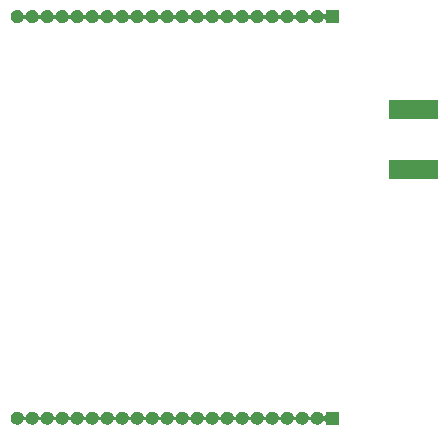
<source format=gbr>
G04 #@! TF.GenerationSoftware,KiCad,Pcbnew,5.99.0-unknown-df3fabf~86~ubuntu18.04.1*
G04 #@! TF.CreationDate,2019-10-25T19:03:16-04:00*
G04 #@! TF.ProjectId,bc28_module_board,62633238-5f6d-46f6-9475-6c655f626f61,rev?*
G04 #@! TF.SameCoordinates,Original*
G04 #@! TF.FileFunction,Soldermask,Bot*
G04 #@! TF.FilePolarity,Negative*
%FSLAX46Y46*%
G04 Gerber Fmt 4.6, Leading zero omitted, Abs format (unit mm)*
G04 Created by KiCad (PCBNEW 5.99.0-unknown-df3fabf~86~ubuntu18.04.1) date 2019-10-25 19:03:16*
%MOMM*%
%LPD*%
G04 APERTURE LIST*
G04 APERTURE END LIST*
G36*
X161519899Y-116451959D02*
G01*
X161536769Y-116463231D01*
X161548041Y-116480101D01*
X161554448Y-116512312D01*
X161554448Y-117487688D01*
X161551999Y-117500000D01*
X161548041Y-117519899D01*
X161536769Y-117536769D01*
X161519899Y-117548041D01*
X161500000Y-117551999D01*
X161487688Y-117554448D01*
X160512312Y-117554448D01*
X160480101Y-117548041D01*
X160463231Y-117536769D01*
X160451959Y-117519899D01*
X160445552Y-117487688D01*
X160445552Y-117329367D01*
X160425709Y-117261787D01*
X160372479Y-117215664D01*
X160302764Y-117205640D01*
X160238696Y-117234899D01*
X160224798Y-117252374D01*
X160222889Y-117257676D01*
X160200073Y-117289781D01*
X160185779Y-117316777D01*
X160161608Y-117343906D01*
X160135438Y-117380731D01*
X160111601Y-117400034D01*
X160097063Y-117416351D01*
X160059967Y-117441846D01*
X160018116Y-117475736D01*
X159997971Y-117484453D01*
X159987151Y-117491890D01*
X159936956Y-117510858D01*
X159879568Y-117535692D01*
X159866497Y-117537482D01*
X159862402Y-117539030D01*
X159800634Y-117546504D01*
X159767815Y-117551000D01*
X159698568Y-117551000D01*
X159591657Y-117537494D01*
X159531208Y-117513926D01*
X159503781Y-117508096D01*
X159482648Y-117494993D01*
X159467708Y-117489168D01*
X159426172Y-117459976D01*
X159375478Y-117428544D01*
X159364569Y-117416680D01*
X159358598Y-117412484D01*
X159319558Y-117367731D01*
X159273293Y-117317419D01*
X159239505Y-117251107D01*
X159206534Y-117187226D01*
X159157906Y-117136275D01*
X159089451Y-117119702D01*
X159022903Y-117142770D01*
X158984988Y-117186066D01*
X158965247Y-117223349D01*
X158952889Y-117257676D01*
X158930072Y-117289782D01*
X158915779Y-117316777D01*
X158891608Y-117343906D01*
X158865438Y-117380731D01*
X158841601Y-117400034D01*
X158827063Y-117416351D01*
X158789967Y-117441846D01*
X158748116Y-117475736D01*
X158727971Y-117484453D01*
X158717151Y-117491890D01*
X158666956Y-117510858D01*
X158609568Y-117535692D01*
X158596497Y-117537482D01*
X158592402Y-117539030D01*
X158530634Y-117546504D01*
X158497815Y-117551000D01*
X158428568Y-117551000D01*
X158321657Y-117537494D01*
X158261208Y-117513926D01*
X158233781Y-117508096D01*
X158212648Y-117494993D01*
X158197708Y-117489168D01*
X158156172Y-117459976D01*
X158105478Y-117428544D01*
X158094569Y-117416680D01*
X158088598Y-117412484D01*
X158049558Y-117367731D01*
X158003293Y-117317419D01*
X157969505Y-117251107D01*
X157936534Y-117187226D01*
X157887906Y-117136275D01*
X157819451Y-117119702D01*
X157752903Y-117142770D01*
X157714988Y-117186066D01*
X157695247Y-117223349D01*
X157682889Y-117257676D01*
X157660072Y-117289782D01*
X157645779Y-117316777D01*
X157621608Y-117343906D01*
X157595438Y-117380731D01*
X157571601Y-117400034D01*
X157557063Y-117416351D01*
X157519967Y-117441846D01*
X157478116Y-117475736D01*
X157457971Y-117484453D01*
X157447151Y-117491890D01*
X157396956Y-117510858D01*
X157339568Y-117535692D01*
X157326497Y-117537482D01*
X157322402Y-117539030D01*
X157260634Y-117546504D01*
X157227815Y-117551000D01*
X157158568Y-117551000D01*
X157051657Y-117537494D01*
X156991208Y-117513926D01*
X156963781Y-117508096D01*
X156942648Y-117494993D01*
X156927708Y-117489168D01*
X156886172Y-117459976D01*
X156835478Y-117428544D01*
X156824569Y-117416680D01*
X156818598Y-117412484D01*
X156779558Y-117367731D01*
X156733293Y-117317419D01*
X156699505Y-117251107D01*
X156666534Y-117187226D01*
X156617906Y-117136275D01*
X156549451Y-117119702D01*
X156482903Y-117142770D01*
X156444988Y-117186066D01*
X156425247Y-117223349D01*
X156412889Y-117257676D01*
X156390072Y-117289782D01*
X156375779Y-117316777D01*
X156351608Y-117343906D01*
X156325438Y-117380731D01*
X156301601Y-117400034D01*
X156287063Y-117416351D01*
X156249967Y-117441846D01*
X156208116Y-117475736D01*
X156187971Y-117484453D01*
X156177151Y-117491890D01*
X156126956Y-117510858D01*
X156069568Y-117535692D01*
X156056497Y-117537482D01*
X156052402Y-117539030D01*
X155990634Y-117546504D01*
X155957815Y-117551000D01*
X155888568Y-117551000D01*
X155781657Y-117537494D01*
X155721208Y-117513926D01*
X155693781Y-117508096D01*
X155672648Y-117494993D01*
X155657708Y-117489168D01*
X155616172Y-117459976D01*
X155565478Y-117428544D01*
X155554569Y-117416680D01*
X155548598Y-117412484D01*
X155509558Y-117367731D01*
X155463293Y-117317419D01*
X155429505Y-117251107D01*
X155396534Y-117187226D01*
X155347906Y-117136275D01*
X155279451Y-117119702D01*
X155212903Y-117142770D01*
X155174988Y-117186066D01*
X155155247Y-117223349D01*
X155142889Y-117257676D01*
X155120072Y-117289782D01*
X155105779Y-117316777D01*
X155081608Y-117343906D01*
X155055438Y-117380731D01*
X155031601Y-117400034D01*
X155017063Y-117416351D01*
X154979967Y-117441846D01*
X154938116Y-117475736D01*
X154917971Y-117484453D01*
X154907151Y-117491890D01*
X154856956Y-117510858D01*
X154799568Y-117535692D01*
X154786497Y-117537482D01*
X154782402Y-117539030D01*
X154720634Y-117546504D01*
X154687815Y-117551000D01*
X154618568Y-117551000D01*
X154511657Y-117537494D01*
X154451208Y-117513926D01*
X154423781Y-117508096D01*
X154402648Y-117494993D01*
X154387708Y-117489168D01*
X154346172Y-117459976D01*
X154295478Y-117428544D01*
X154284569Y-117416680D01*
X154278598Y-117412484D01*
X154239558Y-117367731D01*
X154193293Y-117317419D01*
X154159505Y-117251107D01*
X154126534Y-117187226D01*
X154077906Y-117136275D01*
X154009451Y-117119702D01*
X153942903Y-117142770D01*
X153904988Y-117186066D01*
X153885247Y-117223349D01*
X153872889Y-117257676D01*
X153850072Y-117289782D01*
X153835779Y-117316777D01*
X153811608Y-117343906D01*
X153785438Y-117380731D01*
X153761601Y-117400034D01*
X153747063Y-117416351D01*
X153709967Y-117441846D01*
X153668116Y-117475736D01*
X153647971Y-117484453D01*
X153637151Y-117491890D01*
X153586956Y-117510858D01*
X153529568Y-117535692D01*
X153516497Y-117537482D01*
X153512402Y-117539030D01*
X153450634Y-117546504D01*
X153417815Y-117551000D01*
X153348568Y-117551000D01*
X153241657Y-117537494D01*
X153181208Y-117513926D01*
X153153781Y-117508096D01*
X153132648Y-117494993D01*
X153117708Y-117489168D01*
X153076172Y-117459976D01*
X153025478Y-117428544D01*
X153014569Y-117416680D01*
X153008598Y-117412484D01*
X152969558Y-117367731D01*
X152923293Y-117317419D01*
X152889505Y-117251107D01*
X152856534Y-117187226D01*
X152807906Y-117136275D01*
X152739451Y-117119702D01*
X152672903Y-117142770D01*
X152634988Y-117186066D01*
X152615247Y-117223349D01*
X152602889Y-117257676D01*
X152580072Y-117289782D01*
X152565779Y-117316777D01*
X152541608Y-117343906D01*
X152515438Y-117380731D01*
X152491601Y-117400034D01*
X152477063Y-117416351D01*
X152439967Y-117441846D01*
X152398116Y-117475736D01*
X152377971Y-117484453D01*
X152367151Y-117491890D01*
X152316956Y-117510858D01*
X152259568Y-117535692D01*
X152246497Y-117537482D01*
X152242402Y-117539030D01*
X152180634Y-117546504D01*
X152147815Y-117551000D01*
X152078568Y-117551000D01*
X151971657Y-117537494D01*
X151911208Y-117513926D01*
X151883781Y-117508096D01*
X151862648Y-117494993D01*
X151847708Y-117489168D01*
X151806172Y-117459976D01*
X151755478Y-117428544D01*
X151744569Y-117416680D01*
X151738598Y-117412484D01*
X151699558Y-117367731D01*
X151653293Y-117317419D01*
X151619505Y-117251107D01*
X151586534Y-117187226D01*
X151537906Y-117136275D01*
X151469451Y-117119702D01*
X151402903Y-117142770D01*
X151364988Y-117186066D01*
X151345247Y-117223349D01*
X151332889Y-117257676D01*
X151310072Y-117289782D01*
X151295779Y-117316777D01*
X151271608Y-117343906D01*
X151245438Y-117380731D01*
X151221601Y-117400034D01*
X151207063Y-117416351D01*
X151169967Y-117441846D01*
X151128116Y-117475736D01*
X151107971Y-117484453D01*
X151097151Y-117491890D01*
X151046956Y-117510858D01*
X150989568Y-117535692D01*
X150976497Y-117537482D01*
X150972402Y-117539030D01*
X150910634Y-117546504D01*
X150877815Y-117551000D01*
X150808568Y-117551000D01*
X150701657Y-117537494D01*
X150641208Y-117513926D01*
X150613781Y-117508096D01*
X150592648Y-117494993D01*
X150577708Y-117489168D01*
X150536172Y-117459976D01*
X150485478Y-117428544D01*
X150474569Y-117416680D01*
X150468598Y-117412484D01*
X150429558Y-117367731D01*
X150383293Y-117317419D01*
X150349505Y-117251107D01*
X150316534Y-117187226D01*
X150267906Y-117136275D01*
X150199451Y-117119702D01*
X150132903Y-117142770D01*
X150094988Y-117186066D01*
X150075247Y-117223349D01*
X150062889Y-117257676D01*
X150040072Y-117289782D01*
X150025779Y-117316777D01*
X150001608Y-117343906D01*
X149975438Y-117380731D01*
X149951601Y-117400034D01*
X149937063Y-117416351D01*
X149899967Y-117441846D01*
X149858116Y-117475736D01*
X149837971Y-117484453D01*
X149827151Y-117491890D01*
X149776956Y-117510858D01*
X149719568Y-117535692D01*
X149706497Y-117537482D01*
X149702402Y-117539030D01*
X149640634Y-117546504D01*
X149607815Y-117551000D01*
X149538568Y-117551000D01*
X149431657Y-117537494D01*
X149371208Y-117513926D01*
X149343781Y-117508096D01*
X149322648Y-117494993D01*
X149307708Y-117489168D01*
X149266172Y-117459976D01*
X149215478Y-117428544D01*
X149204569Y-117416680D01*
X149198598Y-117412484D01*
X149159558Y-117367731D01*
X149113293Y-117317419D01*
X149079505Y-117251107D01*
X149046534Y-117187226D01*
X148997906Y-117136275D01*
X148929451Y-117119702D01*
X148862903Y-117142770D01*
X148824988Y-117186066D01*
X148805247Y-117223349D01*
X148792889Y-117257676D01*
X148770072Y-117289782D01*
X148755779Y-117316777D01*
X148731608Y-117343906D01*
X148705438Y-117380731D01*
X148681601Y-117400034D01*
X148667063Y-117416351D01*
X148629967Y-117441846D01*
X148588116Y-117475736D01*
X148567971Y-117484453D01*
X148557151Y-117491890D01*
X148506956Y-117510858D01*
X148449568Y-117535692D01*
X148436497Y-117537482D01*
X148432402Y-117539030D01*
X148370634Y-117546504D01*
X148337815Y-117551000D01*
X148268568Y-117551000D01*
X148161657Y-117537494D01*
X148101208Y-117513926D01*
X148073781Y-117508096D01*
X148052648Y-117494993D01*
X148037708Y-117489168D01*
X147996172Y-117459976D01*
X147945478Y-117428544D01*
X147934569Y-117416680D01*
X147928598Y-117412484D01*
X147889558Y-117367731D01*
X147843293Y-117317419D01*
X147809505Y-117251107D01*
X147776534Y-117187226D01*
X147727906Y-117136275D01*
X147659451Y-117119702D01*
X147592903Y-117142770D01*
X147554988Y-117186066D01*
X147535247Y-117223349D01*
X147522889Y-117257676D01*
X147500072Y-117289782D01*
X147485779Y-117316777D01*
X147461608Y-117343906D01*
X147435438Y-117380731D01*
X147411601Y-117400034D01*
X147397063Y-117416351D01*
X147359967Y-117441846D01*
X147318116Y-117475736D01*
X147297971Y-117484453D01*
X147287151Y-117491890D01*
X147236956Y-117510858D01*
X147179568Y-117535692D01*
X147166497Y-117537482D01*
X147162402Y-117539030D01*
X147100634Y-117546504D01*
X147067815Y-117551000D01*
X146998568Y-117551000D01*
X146891657Y-117537494D01*
X146831208Y-117513926D01*
X146803781Y-117508096D01*
X146782648Y-117494993D01*
X146767708Y-117489168D01*
X146726172Y-117459976D01*
X146675478Y-117428544D01*
X146664569Y-117416680D01*
X146658598Y-117412484D01*
X146619558Y-117367731D01*
X146573293Y-117317419D01*
X146539505Y-117251107D01*
X146506534Y-117187226D01*
X146457906Y-117136275D01*
X146389451Y-117119702D01*
X146322903Y-117142770D01*
X146284988Y-117186066D01*
X146265247Y-117223349D01*
X146252889Y-117257676D01*
X146230072Y-117289782D01*
X146215779Y-117316777D01*
X146191608Y-117343906D01*
X146165438Y-117380731D01*
X146141601Y-117400034D01*
X146127063Y-117416351D01*
X146089967Y-117441846D01*
X146048116Y-117475736D01*
X146027971Y-117484453D01*
X146017151Y-117491890D01*
X145966956Y-117510858D01*
X145909568Y-117535692D01*
X145896497Y-117537482D01*
X145892402Y-117539030D01*
X145830634Y-117546504D01*
X145797815Y-117551000D01*
X145728568Y-117551000D01*
X145621657Y-117537494D01*
X145561208Y-117513926D01*
X145533781Y-117508096D01*
X145512648Y-117494993D01*
X145497708Y-117489168D01*
X145456172Y-117459976D01*
X145405478Y-117428544D01*
X145394569Y-117416680D01*
X145388598Y-117412484D01*
X145349558Y-117367731D01*
X145303293Y-117317419D01*
X145269505Y-117251107D01*
X145236534Y-117187226D01*
X145187906Y-117136275D01*
X145119451Y-117119702D01*
X145052903Y-117142770D01*
X145014988Y-117186066D01*
X144995247Y-117223349D01*
X144982889Y-117257676D01*
X144960072Y-117289782D01*
X144945779Y-117316777D01*
X144921608Y-117343906D01*
X144895438Y-117380731D01*
X144871601Y-117400034D01*
X144857063Y-117416351D01*
X144819967Y-117441846D01*
X144778116Y-117475736D01*
X144757971Y-117484453D01*
X144747151Y-117491890D01*
X144696956Y-117510858D01*
X144639568Y-117535692D01*
X144626497Y-117537482D01*
X144622402Y-117539030D01*
X144560634Y-117546504D01*
X144527815Y-117551000D01*
X144458568Y-117551000D01*
X144351657Y-117537494D01*
X144291208Y-117513926D01*
X144263781Y-117508096D01*
X144242648Y-117494993D01*
X144227708Y-117489168D01*
X144186172Y-117459976D01*
X144135478Y-117428544D01*
X144124569Y-117416680D01*
X144118598Y-117412484D01*
X144079558Y-117367731D01*
X144033293Y-117317419D01*
X143999505Y-117251107D01*
X143966534Y-117187226D01*
X143917906Y-117136275D01*
X143849451Y-117119702D01*
X143782903Y-117142770D01*
X143744988Y-117186066D01*
X143725247Y-117223349D01*
X143712889Y-117257676D01*
X143690072Y-117289782D01*
X143675779Y-117316777D01*
X143651608Y-117343906D01*
X143625438Y-117380731D01*
X143601601Y-117400034D01*
X143587063Y-117416351D01*
X143549967Y-117441846D01*
X143508116Y-117475736D01*
X143487971Y-117484453D01*
X143477151Y-117491890D01*
X143426956Y-117510858D01*
X143369568Y-117535692D01*
X143356497Y-117537482D01*
X143352402Y-117539030D01*
X143290634Y-117546504D01*
X143257815Y-117551000D01*
X143188568Y-117551000D01*
X143081657Y-117537494D01*
X143021208Y-117513926D01*
X142993781Y-117508096D01*
X142972648Y-117494993D01*
X142957708Y-117489168D01*
X142916172Y-117459976D01*
X142865478Y-117428544D01*
X142854569Y-117416680D01*
X142848598Y-117412484D01*
X142809558Y-117367731D01*
X142763293Y-117317419D01*
X142729505Y-117251107D01*
X142696534Y-117187226D01*
X142647906Y-117136275D01*
X142579451Y-117119702D01*
X142512903Y-117142770D01*
X142474988Y-117186066D01*
X142455247Y-117223349D01*
X142442889Y-117257676D01*
X142420072Y-117289782D01*
X142405779Y-117316777D01*
X142381608Y-117343906D01*
X142355438Y-117380731D01*
X142331601Y-117400034D01*
X142317063Y-117416351D01*
X142279967Y-117441846D01*
X142238116Y-117475736D01*
X142217971Y-117484453D01*
X142207151Y-117491890D01*
X142156956Y-117510858D01*
X142099568Y-117535692D01*
X142086497Y-117537482D01*
X142082402Y-117539030D01*
X142020634Y-117546504D01*
X141987815Y-117551000D01*
X141918568Y-117551000D01*
X141811657Y-117537494D01*
X141751208Y-117513926D01*
X141723781Y-117508096D01*
X141702648Y-117494993D01*
X141687708Y-117489168D01*
X141646172Y-117459976D01*
X141595478Y-117428544D01*
X141584569Y-117416680D01*
X141578598Y-117412484D01*
X141539558Y-117367731D01*
X141493293Y-117317419D01*
X141459505Y-117251107D01*
X141426534Y-117187226D01*
X141377906Y-117136275D01*
X141309451Y-117119702D01*
X141242903Y-117142770D01*
X141204988Y-117186066D01*
X141185247Y-117223349D01*
X141172889Y-117257676D01*
X141150072Y-117289782D01*
X141135779Y-117316777D01*
X141111608Y-117343906D01*
X141085438Y-117380731D01*
X141061601Y-117400034D01*
X141047063Y-117416351D01*
X141009967Y-117441846D01*
X140968116Y-117475736D01*
X140947971Y-117484453D01*
X140937151Y-117491890D01*
X140886956Y-117510858D01*
X140829568Y-117535692D01*
X140816497Y-117537482D01*
X140812402Y-117539030D01*
X140750634Y-117546504D01*
X140717815Y-117551000D01*
X140648568Y-117551000D01*
X140541657Y-117537494D01*
X140481208Y-117513926D01*
X140453781Y-117508096D01*
X140432648Y-117494993D01*
X140417708Y-117489168D01*
X140376172Y-117459976D01*
X140325478Y-117428544D01*
X140314569Y-117416680D01*
X140308598Y-117412484D01*
X140269558Y-117367731D01*
X140223293Y-117317419D01*
X140189505Y-117251107D01*
X140156534Y-117187226D01*
X140107906Y-117136275D01*
X140039451Y-117119702D01*
X139972903Y-117142770D01*
X139934988Y-117186066D01*
X139915247Y-117223349D01*
X139902889Y-117257676D01*
X139880072Y-117289782D01*
X139865779Y-117316777D01*
X139841608Y-117343906D01*
X139815438Y-117380731D01*
X139791601Y-117400034D01*
X139777063Y-117416351D01*
X139739967Y-117441846D01*
X139698116Y-117475736D01*
X139677971Y-117484453D01*
X139667151Y-117491890D01*
X139616956Y-117510858D01*
X139559568Y-117535692D01*
X139546497Y-117537482D01*
X139542402Y-117539030D01*
X139480634Y-117546504D01*
X139447815Y-117551000D01*
X139378568Y-117551000D01*
X139271657Y-117537494D01*
X139211208Y-117513926D01*
X139183781Y-117508096D01*
X139162648Y-117494993D01*
X139147708Y-117489168D01*
X139106172Y-117459976D01*
X139055478Y-117428544D01*
X139044569Y-117416680D01*
X139038598Y-117412484D01*
X138999558Y-117367731D01*
X138953293Y-117317419D01*
X138919505Y-117251107D01*
X138886534Y-117187226D01*
X138837906Y-117136275D01*
X138769451Y-117119702D01*
X138702903Y-117142770D01*
X138664988Y-117186066D01*
X138645247Y-117223349D01*
X138632889Y-117257676D01*
X138610072Y-117289782D01*
X138595779Y-117316777D01*
X138571608Y-117343906D01*
X138545438Y-117380731D01*
X138521601Y-117400034D01*
X138507063Y-117416351D01*
X138469967Y-117441846D01*
X138428116Y-117475736D01*
X138407971Y-117484453D01*
X138397151Y-117491890D01*
X138346956Y-117510858D01*
X138289568Y-117535692D01*
X138276497Y-117537482D01*
X138272402Y-117539030D01*
X138210634Y-117546504D01*
X138177815Y-117551000D01*
X138108568Y-117551000D01*
X138001657Y-117537494D01*
X137941208Y-117513926D01*
X137913781Y-117508096D01*
X137892648Y-117494993D01*
X137877708Y-117489168D01*
X137836172Y-117459976D01*
X137785478Y-117428544D01*
X137774569Y-117416680D01*
X137768598Y-117412484D01*
X137729558Y-117367731D01*
X137683293Y-117317419D01*
X137649505Y-117251107D01*
X137616534Y-117187226D01*
X137567906Y-117136275D01*
X137499451Y-117119702D01*
X137432903Y-117142770D01*
X137394988Y-117186066D01*
X137375247Y-117223349D01*
X137362889Y-117257676D01*
X137340072Y-117289782D01*
X137325779Y-117316777D01*
X137301608Y-117343906D01*
X137275438Y-117380731D01*
X137251601Y-117400034D01*
X137237063Y-117416351D01*
X137199967Y-117441846D01*
X137158116Y-117475736D01*
X137137971Y-117484453D01*
X137127151Y-117491890D01*
X137076956Y-117510858D01*
X137019568Y-117535692D01*
X137006497Y-117537482D01*
X137002402Y-117539030D01*
X136940634Y-117546504D01*
X136907815Y-117551000D01*
X136838568Y-117551000D01*
X136731657Y-117537494D01*
X136671208Y-117513926D01*
X136643781Y-117508096D01*
X136622648Y-117494993D01*
X136607708Y-117489168D01*
X136566172Y-117459976D01*
X136515478Y-117428544D01*
X136504569Y-117416680D01*
X136498598Y-117412484D01*
X136459558Y-117367731D01*
X136413293Y-117317419D01*
X136379505Y-117251107D01*
X136346534Y-117187226D01*
X136297906Y-117136275D01*
X136229451Y-117119702D01*
X136162903Y-117142770D01*
X136124988Y-117186066D01*
X136105247Y-117223349D01*
X136092889Y-117257676D01*
X136070072Y-117289782D01*
X136055779Y-117316777D01*
X136031608Y-117343906D01*
X136005438Y-117380731D01*
X135981601Y-117400034D01*
X135967063Y-117416351D01*
X135929967Y-117441846D01*
X135888116Y-117475736D01*
X135867971Y-117484453D01*
X135857151Y-117491890D01*
X135806956Y-117510858D01*
X135749568Y-117535692D01*
X135736497Y-117537482D01*
X135732402Y-117539030D01*
X135670634Y-117546504D01*
X135637815Y-117551000D01*
X135568568Y-117551000D01*
X135461657Y-117537494D01*
X135401208Y-117513926D01*
X135373781Y-117508096D01*
X135352648Y-117494993D01*
X135337708Y-117489168D01*
X135296172Y-117459976D01*
X135245478Y-117428544D01*
X135234569Y-117416680D01*
X135228598Y-117412484D01*
X135189558Y-117367731D01*
X135143293Y-117317419D01*
X135109505Y-117251107D01*
X135076534Y-117187226D01*
X135027906Y-117136275D01*
X134959451Y-117119702D01*
X134892903Y-117142770D01*
X134854988Y-117186066D01*
X134835247Y-117223349D01*
X134822889Y-117257676D01*
X134800072Y-117289782D01*
X134785779Y-117316777D01*
X134761608Y-117343906D01*
X134735438Y-117380731D01*
X134711601Y-117400034D01*
X134697063Y-117416351D01*
X134659967Y-117441846D01*
X134618116Y-117475736D01*
X134597971Y-117484453D01*
X134587151Y-117491890D01*
X134536956Y-117510858D01*
X134479568Y-117535692D01*
X134466497Y-117537482D01*
X134462402Y-117539030D01*
X134400634Y-117546504D01*
X134367815Y-117551000D01*
X134298568Y-117551000D01*
X134191657Y-117537494D01*
X134131208Y-117513926D01*
X134103781Y-117508096D01*
X134082648Y-117494993D01*
X134067708Y-117489168D01*
X134026172Y-117459976D01*
X133975478Y-117428544D01*
X133964569Y-117416680D01*
X133958598Y-117412484D01*
X133919558Y-117367731D01*
X133873293Y-117317419D01*
X133839500Y-117251097D01*
X133809760Y-117193476D01*
X133809420Y-117192061D01*
X133804757Y-117182909D01*
X133791822Y-117118760D01*
X133778626Y-117063796D01*
X133778680Y-117053583D01*
X133774917Y-117034923D01*
X133779074Y-116978318D01*
X133779325Y-116930434D01*
X133783940Y-116912060D01*
X133785974Y-116884364D01*
X133802256Y-116839139D01*
X133811813Y-116801089D01*
X133824753Y-116776650D01*
X133837111Y-116742324D01*
X133859928Y-116710218D01*
X133874221Y-116683223D01*
X133898392Y-116656094D01*
X133924562Y-116619269D01*
X133948399Y-116599966D01*
X133962937Y-116583649D01*
X134000033Y-116558154D01*
X134041884Y-116524264D01*
X134062029Y-116515547D01*
X134072849Y-116508110D01*
X134123044Y-116489142D01*
X134180432Y-116464308D01*
X134193503Y-116462518D01*
X134197598Y-116460970D01*
X134259366Y-116453496D01*
X134292185Y-116449000D01*
X134361432Y-116449000D01*
X134468343Y-116462506D01*
X134528792Y-116486074D01*
X134556219Y-116491904D01*
X134577352Y-116505007D01*
X134592292Y-116510832D01*
X134633828Y-116540024D01*
X134684522Y-116571456D01*
X134695431Y-116583320D01*
X134701402Y-116587516D01*
X134740442Y-116632269D01*
X134786707Y-116682581D01*
X134820495Y-116748893D01*
X134853466Y-116812774D01*
X134902094Y-116863725D01*
X134970549Y-116880298D01*
X135037097Y-116857230D01*
X135075012Y-116813934D01*
X135094753Y-116776651D01*
X135107111Y-116742324D01*
X135129928Y-116710218D01*
X135144221Y-116683223D01*
X135168392Y-116656094D01*
X135194562Y-116619269D01*
X135218399Y-116599966D01*
X135232937Y-116583649D01*
X135270033Y-116558154D01*
X135311884Y-116524264D01*
X135332029Y-116515547D01*
X135342849Y-116508110D01*
X135393044Y-116489142D01*
X135450432Y-116464308D01*
X135463503Y-116462518D01*
X135467598Y-116460970D01*
X135529366Y-116453496D01*
X135562185Y-116449000D01*
X135631432Y-116449000D01*
X135738343Y-116462506D01*
X135798792Y-116486074D01*
X135826219Y-116491904D01*
X135847352Y-116505007D01*
X135862292Y-116510832D01*
X135903828Y-116540024D01*
X135954522Y-116571456D01*
X135965431Y-116583320D01*
X135971402Y-116587516D01*
X136010442Y-116632269D01*
X136056707Y-116682581D01*
X136090495Y-116748893D01*
X136123466Y-116812774D01*
X136172094Y-116863725D01*
X136240549Y-116880298D01*
X136307097Y-116857230D01*
X136345012Y-116813934D01*
X136364753Y-116776651D01*
X136377111Y-116742324D01*
X136399928Y-116710218D01*
X136414221Y-116683223D01*
X136438392Y-116656094D01*
X136464562Y-116619269D01*
X136488399Y-116599966D01*
X136502937Y-116583649D01*
X136540033Y-116558154D01*
X136581884Y-116524264D01*
X136602029Y-116515547D01*
X136612849Y-116508110D01*
X136663044Y-116489142D01*
X136720432Y-116464308D01*
X136733503Y-116462518D01*
X136737598Y-116460970D01*
X136799366Y-116453496D01*
X136832185Y-116449000D01*
X136901432Y-116449000D01*
X137008343Y-116462506D01*
X137068792Y-116486074D01*
X137096219Y-116491904D01*
X137117352Y-116505007D01*
X137132292Y-116510832D01*
X137173828Y-116540024D01*
X137224522Y-116571456D01*
X137235431Y-116583320D01*
X137241402Y-116587516D01*
X137280442Y-116632269D01*
X137326707Y-116682581D01*
X137360495Y-116748893D01*
X137393466Y-116812774D01*
X137442094Y-116863725D01*
X137510549Y-116880298D01*
X137577097Y-116857230D01*
X137615012Y-116813934D01*
X137634753Y-116776651D01*
X137647111Y-116742324D01*
X137669928Y-116710218D01*
X137684221Y-116683223D01*
X137708392Y-116656094D01*
X137734562Y-116619269D01*
X137758399Y-116599966D01*
X137772937Y-116583649D01*
X137810033Y-116558154D01*
X137851884Y-116524264D01*
X137872029Y-116515547D01*
X137882849Y-116508110D01*
X137933044Y-116489142D01*
X137990432Y-116464308D01*
X138003503Y-116462518D01*
X138007598Y-116460970D01*
X138069366Y-116453496D01*
X138102185Y-116449000D01*
X138171432Y-116449000D01*
X138278343Y-116462506D01*
X138338792Y-116486074D01*
X138366219Y-116491904D01*
X138387352Y-116505007D01*
X138402292Y-116510832D01*
X138443828Y-116540024D01*
X138494522Y-116571456D01*
X138505431Y-116583320D01*
X138511402Y-116587516D01*
X138550442Y-116632269D01*
X138596707Y-116682581D01*
X138630495Y-116748893D01*
X138663466Y-116812774D01*
X138712094Y-116863725D01*
X138780549Y-116880298D01*
X138847097Y-116857230D01*
X138885012Y-116813934D01*
X138904753Y-116776651D01*
X138917111Y-116742324D01*
X138939928Y-116710218D01*
X138954221Y-116683223D01*
X138978392Y-116656094D01*
X139004562Y-116619269D01*
X139028399Y-116599966D01*
X139042937Y-116583649D01*
X139080033Y-116558154D01*
X139121884Y-116524264D01*
X139142029Y-116515547D01*
X139152849Y-116508110D01*
X139203044Y-116489142D01*
X139260432Y-116464308D01*
X139273503Y-116462518D01*
X139277598Y-116460970D01*
X139339366Y-116453496D01*
X139372185Y-116449000D01*
X139441432Y-116449000D01*
X139548343Y-116462506D01*
X139608792Y-116486074D01*
X139636219Y-116491904D01*
X139657352Y-116505007D01*
X139672292Y-116510832D01*
X139713828Y-116540024D01*
X139764522Y-116571456D01*
X139775431Y-116583320D01*
X139781402Y-116587516D01*
X139820442Y-116632269D01*
X139866707Y-116682581D01*
X139900495Y-116748893D01*
X139933466Y-116812774D01*
X139982094Y-116863725D01*
X140050549Y-116880298D01*
X140117097Y-116857230D01*
X140155012Y-116813934D01*
X140174753Y-116776651D01*
X140187111Y-116742324D01*
X140209928Y-116710218D01*
X140224221Y-116683223D01*
X140248392Y-116656094D01*
X140274562Y-116619269D01*
X140298399Y-116599966D01*
X140312937Y-116583649D01*
X140350033Y-116558154D01*
X140391884Y-116524264D01*
X140412029Y-116515547D01*
X140422849Y-116508110D01*
X140473044Y-116489142D01*
X140530432Y-116464308D01*
X140543503Y-116462518D01*
X140547598Y-116460970D01*
X140609366Y-116453496D01*
X140642185Y-116449000D01*
X140711432Y-116449000D01*
X140818343Y-116462506D01*
X140878792Y-116486074D01*
X140906219Y-116491904D01*
X140927352Y-116505007D01*
X140942292Y-116510832D01*
X140983828Y-116540024D01*
X141034522Y-116571456D01*
X141045431Y-116583320D01*
X141051402Y-116587516D01*
X141090442Y-116632269D01*
X141136707Y-116682581D01*
X141170495Y-116748893D01*
X141203466Y-116812774D01*
X141252094Y-116863725D01*
X141320549Y-116880298D01*
X141387097Y-116857230D01*
X141425012Y-116813934D01*
X141444753Y-116776651D01*
X141457111Y-116742324D01*
X141479928Y-116710218D01*
X141494221Y-116683223D01*
X141518392Y-116656094D01*
X141544562Y-116619269D01*
X141568399Y-116599966D01*
X141582937Y-116583649D01*
X141620033Y-116558154D01*
X141661884Y-116524264D01*
X141682029Y-116515547D01*
X141692849Y-116508110D01*
X141743044Y-116489142D01*
X141800432Y-116464308D01*
X141813503Y-116462518D01*
X141817598Y-116460970D01*
X141879366Y-116453496D01*
X141912185Y-116449000D01*
X141981432Y-116449000D01*
X142088343Y-116462506D01*
X142148792Y-116486074D01*
X142176219Y-116491904D01*
X142197352Y-116505007D01*
X142212292Y-116510832D01*
X142253828Y-116540024D01*
X142304522Y-116571456D01*
X142315431Y-116583320D01*
X142321402Y-116587516D01*
X142360442Y-116632269D01*
X142406707Y-116682581D01*
X142440495Y-116748893D01*
X142473466Y-116812774D01*
X142522094Y-116863725D01*
X142590549Y-116880298D01*
X142657097Y-116857230D01*
X142695012Y-116813934D01*
X142714753Y-116776651D01*
X142727111Y-116742324D01*
X142749928Y-116710218D01*
X142764221Y-116683223D01*
X142788392Y-116656094D01*
X142814562Y-116619269D01*
X142838399Y-116599966D01*
X142852937Y-116583649D01*
X142890033Y-116558154D01*
X142931884Y-116524264D01*
X142952029Y-116515547D01*
X142962849Y-116508110D01*
X143013044Y-116489142D01*
X143070432Y-116464308D01*
X143083503Y-116462518D01*
X143087598Y-116460970D01*
X143149366Y-116453496D01*
X143182185Y-116449000D01*
X143251432Y-116449000D01*
X143358343Y-116462506D01*
X143418792Y-116486074D01*
X143446219Y-116491904D01*
X143467352Y-116505007D01*
X143482292Y-116510832D01*
X143523828Y-116540024D01*
X143574522Y-116571456D01*
X143585431Y-116583320D01*
X143591402Y-116587516D01*
X143630442Y-116632269D01*
X143676707Y-116682581D01*
X143710495Y-116748893D01*
X143743466Y-116812774D01*
X143792094Y-116863725D01*
X143860549Y-116880298D01*
X143927097Y-116857230D01*
X143965012Y-116813934D01*
X143984753Y-116776651D01*
X143997111Y-116742324D01*
X144019928Y-116710218D01*
X144034221Y-116683223D01*
X144058392Y-116656094D01*
X144084562Y-116619269D01*
X144108399Y-116599966D01*
X144122937Y-116583649D01*
X144160033Y-116558154D01*
X144201884Y-116524264D01*
X144222029Y-116515547D01*
X144232849Y-116508110D01*
X144283044Y-116489142D01*
X144340432Y-116464308D01*
X144353503Y-116462518D01*
X144357598Y-116460970D01*
X144419366Y-116453496D01*
X144452185Y-116449000D01*
X144521432Y-116449000D01*
X144628343Y-116462506D01*
X144688792Y-116486074D01*
X144716219Y-116491904D01*
X144737352Y-116505007D01*
X144752292Y-116510832D01*
X144793828Y-116540024D01*
X144844522Y-116571456D01*
X144855431Y-116583320D01*
X144861402Y-116587516D01*
X144900442Y-116632269D01*
X144946707Y-116682581D01*
X144980495Y-116748893D01*
X145013466Y-116812774D01*
X145062094Y-116863725D01*
X145130549Y-116880298D01*
X145197097Y-116857230D01*
X145235012Y-116813934D01*
X145254753Y-116776651D01*
X145267111Y-116742324D01*
X145289928Y-116710218D01*
X145304221Y-116683223D01*
X145328392Y-116656094D01*
X145354562Y-116619269D01*
X145378399Y-116599966D01*
X145392937Y-116583649D01*
X145430033Y-116558154D01*
X145471884Y-116524264D01*
X145492029Y-116515547D01*
X145502849Y-116508110D01*
X145553044Y-116489142D01*
X145610432Y-116464308D01*
X145623503Y-116462518D01*
X145627598Y-116460970D01*
X145689366Y-116453496D01*
X145722185Y-116449000D01*
X145791432Y-116449000D01*
X145898343Y-116462506D01*
X145958792Y-116486074D01*
X145986219Y-116491904D01*
X146007352Y-116505007D01*
X146022292Y-116510832D01*
X146063828Y-116540024D01*
X146114522Y-116571456D01*
X146125431Y-116583320D01*
X146131402Y-116587516D01*
X146170442Y-116632269D01*
X146216707Y-116682581D01*
X146250495Y-116748893D01*
X146283466Y-116812774D01*
X146332094Y-116863725D01*
X146400549Y-116880298D01*
X146467097Y-116857230D01*
X146505012Y-116813934D01*
X146524753Y-116776651D01*
X146537111Y-116742324D01*
X146559928Y-116710218D01*
X146574221Y-116683223D01*
X146598392Y-116656094D01*
X146624562Y-116619269D01*
X146648399Y-116599966D01*
X146662937Y-116583649D01*
X146700033Y-116558154D01*
X146741884Y-116524264D01*
X146762029Y-116515547D01*
X146772849Y-116508110D01*
X146823044Y-116489142D01*
X146880432Y-116464308D01*
X146893503Y-116462518D01*
X146897598Y-116460970D01*
X146959366Y-116453496D01*
X146992185Y-116449000D01*
X147061432Y-116449000D01*
X147168343Y-116462506D01*
X147228792Y-116486074D01*
X147256219Y-116491904D01*
X147277352Y-116505007D01*
X147292292Y-116510832D01*
X147333828Y-116540024D01*
X147384522Y-116571456D01*
X147395431Y-116583320D01*
X147401402Y-116587516D01*
X147440442Y-116632269D01*
X147486707Y-116682581D01*
X147520495Y-116748893D01*
X147553466Y-116812774D01*
X147602094Y-116863725D01*
X147670549Y-116880298D01*
X147737097Y-116857230D01*
X147775012Y-116813934D01*
X147794753Y-116776651D01*
X147807111Y-116742324D01*
X147829928Y-116710218D01*
X147844221Y-116683223D01*
X147868392Y-116656094D01*
X147894562Y-116619269D01*
X147918399Y-116599966D01*
X147932937Y-116583649D01*
X147970033Y-116558154D01*
X148011884Y-116524264D01*
X148032029Y-116515547D01*
X148042849Y-116508110D01*
X148093044Y-116489142D01*
X148150432Y-116464308D01*
X148163503Y-116462518D01*
X148167598Y-116460970D01*
X148229366Y-116453496D01*
X148262185Y-116449000D01*
X148331432Y-116449000D01*
X148438343Y-116462506D01*
X148498792Y-116486074D01*
X148526219Y-116491904D01*
X148547352Y-116505007D01*
X148562292Y-116510832D01*
X148603828Y-116540024D01*
X148654522Y-116571456D01*
X148665431Y-116583320D01*
X148671402Y-116587516D01*
X148710442Y-116632269D01*
X148756707Y-116682581D01*
X148790495Y-116748893D01*
X148823466Y-116812774D01*
X148872094Y-116863725D01*
X148940549Y-116880298D01*
X149007097Y-116857230D01*
X149045012Y-116813934D01*
X149064753Y-116776651D01*
X149077111Y-116742324D01*
X149099928Y-116710218D01*
X149114221Y-116683223D01*
X149138392Y-116656094D01*
X149164562Y-116619269D01*
X149188399Y-116599966D01*
X149202937Y-116583649D01*
X149240033Y-116558154D01*
X149281884Y-116524264D01*
X149302029Y-116515547D01*
X149312849Y-116508110D01*
X149363044Y-116489142D01*
X149420432Y-116464308D01*
X149433503Y-116462518D01*
X149437598Y-116460970D01*
X149499366Y-116453496D01*
X149532185Y-116449000D01*
X149601432Y-116449000D01*
X149708343Y-116462506D01*
X149768792Y-116486074D01*
X149796219Y-116491904D01*
X149817352Y-116505007D01*
X149832292Y-116510832D01*
X149873828Y-116540024D01*
X149924522Y-116571456D01*
X149935431Y-116583320D01*
X149941402Y-116587516D01*
X149980442Y-116632269D01*
X150026707Y-116682581D01*
X150060495Y-116748893D01*
X150093466Y-116812774D01*
X150142094Y-116863725D01*
X150210549Y-116880298D01*
X150277097Y-116857230D01*
X150315012Y-116813934D01*
X150334753Y-116776651D01*
X150347111Y-116742324D01*
X150369928Y-116710218D01*
X150384221Y-116683223D01*
X150408392Y-116656094D01*
X150434562Y-116619269D01*
X150458399Y-116599966D01*
X150472937Y-116583649D01*
X150510033Y-116558154D01*
X150551884Y-116524264D01*
X150572029Y-116515547D01*
X150582849Y-116508110D01*
X150633044Y-116489142D01*
X150690432Y-116464308D01*
X150703503Y-116462518D01*
X150707598Y-116460970D01*
X150769366Y-116453496D01*
X150802185Y-116449000D01*
X150871432Y-116449000D01*
X150978343Y-116462506D01*
X151038792Y-116486074D01*
X151066219Y-116491904D01*
X151087352Y-116505007D01*
X151102292Y-116510832D01*
X151143828Y-116540024D01*
X151194522Y-116571456D01*
X151205431Y-116583320D01*
X151211402Y-116587516D01*
X151250442Y-116632269D01*
X151296707Y-116682581D01*
X151330495Y-116748893D01*
X151363466Y-116812774D01*
X151412094Y-116863725D01*
X151480549Y-116880298D01*
X151547097Y-116857230D01*
X151585012Y-116813934D01*
X151604753Y-116776651D01*
X151617111Y-116742324D01*
X151639928Y-116710218D01*
X151654221Y-116683223D01*
X151678392Y-116656094D01*
X151704562Y-116619269D01*
X151728399Y-116599966D01*
X151742937Y-116583649D01*
X151780033Y-116558154D01*
X151821884Y-116524264D01*
X151842029Y-116515547D01*
X151852849Y-116508110D01*
X151903044Y-116489142D01*
X151960432Y-116464308D01*
X151973503Y-116462518D01*
X151977598Y-116460970D01*
X152039366Y-116453496D01*
X152072185Y-116449000D01*
X152141432Y-116449000D01*
X152248343Y-116462506D01*
X152308792Y-116486074D01*
X152336219Y-116491904D01*
X152357352Y-116505007D01*
X152372292Y-116510832D01*
X152413828Y-116540024D01*
X152464522Y-116571456D01*
X152475431Y-116583320D01*
X152481402Y-116587516D01*
X152520442Y-116632269D01*
X152566707Y-116682581D01*
X152600495Y-116748893D01*
X152633466Y-116812774D01*
X152682094Y-116863725D01*
X152750549Y-116880298D01*
X152817097Y-116857230D01*
X152855012Y-116813934D01*
X152874753Y-116776651D01*
X152887111Y-116742324D01*
X152909928Y-116710218D01*
X152924221Y-116683223D01*
X152948392Y-116656094D01*
X152974562Y-116619269D01*
X152998399Y-116599966D01*
X153012937Y-116583649D01*
X153050033Y-116558154D01*
X153091884Y-116524264D01*
X153112029Y-116515547D01*
X153122849Y-116508110D01*
X153173044Y-116489142D01*
X153230432Y-116464308D01*
X153243503Y-116462518D01*
X153247598Y-116460970D01*
X153309366Y-116453496D01*
X153342185Y-116449000D01*
X153411432Y-116449000D01*
X153518343Y-116462506D01*
X153578792Y-116486074D01*
X153606219Y-116491904D01*
X153627352Y-116505007D01*
X153642292Y-116510832D01*
X153683828Y-116540024D01*
X153734522Y-116571456D01*
X153745431Y-116583320D01*
X153751402Y-116587516D01*
X153790442Y-116632269D01*
X153836707Y-116682581D01*
X153870495Y-116748893D01*
X153903466Y-116812774D01*
X153952094Y-116863725D01*
X154020549Y-116880298D01*
X154087097Y-116857230D01*
X154125012Y-116813934D01*
X154144753Y-116776651D01*
X154157111Y-116742324D01*
X154179928Y-116710218D01*
X154194221Y-116683223D01*
X154218392Y-116656094D01*
X154244562Y-116619269D01*
X154268399Y-116599966D01*
X154282937Y-116583649D01*
X154320033Y-116558154D01*
X154361884Y-116524264D01*
X154382029Y-116515547D01*
X154392849Y-116508110D01*
X154443044Y-116489142D01*
X154500432Y-116464308D01*
X154513503Y-116462518D01*
X154517598Y-116460970D01*
X154579366Y-116453496D01*
X154612185Y-116449000D01*
X154681432Y-116449000D01*
X154788343Y-116462506D01*
X154848792Y-116486074D01*
X154876219Y-116491904D01*
X154897352Y-116505007D01*
X154912292Y-116510832D01*
X154953828Y-116540024D01*
X155004522Y-116571456D01*
X155015431Y-116583320D01*
X155021402Y-116587516D01*
X155060442Y-116632269D01*
X155106707Y-116682581D01*
X155140495Y-116748893D01*
X155173466Y-116812774D01*
X155222094Y-116863725D01*
X155290549Y-116880298D01*
X155357097Y-116857230D01*
X155395012Y-116813934D01*
X155414753Y-116776651D01*
X155427111Y-116742324D01*
X155449928Y-116710218D01*
X155464221Y-116683223D01*
X155488392Y-116656094D01*
X155514562Y-116619269D01*
X155538399Y-116599966D01*
X155552937Y-116583649D01*
X155590033Y-116558154D01*
X155631884Y-116524264D01*
X155652029Y-116515547D01*
X155662849Y-116508110D01*
X155713044Y-116489142D01*
X155770432Y-116464308D01*
X155783503Y-116462518D01*
X155787598Y-116460970D01*
X155849366Y-116453496D01*
X155882185Y-116449000D01*
X155951432Y-116449000D01*
X156058343Y-116462506D01*
X156118792Y-116486074D01*
X156146219Y-116491904D01*
X156167352Y-116505007D01*
X156182292Y-116510832D01*
X156223828Y-116540024D01*
X156274522Y-116571456D01*
X156285431Y-116583320D01*
X156291402Y-116587516D01*
X156330442Y-116632269D01*
X156376707Y-116682581D01*
X156410495Y-116748893D01*
X156443466Y-116812774D01*
X156492094Y-116863725D01*
X156560549Y-116880298D01*
X156627097Y-116857230D01*
X156665012Y-116813934D01*
X156684753Y-116776651D01*
X156697111Y-116742324D01*
X156719928Y-116710218D01*
X156734221Y-116683223D01*
X156758392Y-116656094D01*
X156784562Y-116619269D01*
X156808399Y-116599966D01*
X156822937Y-116583649D01*
X156860033Y-116558154D01*
X156901884Y-116524264D01*
X156922029Y-116515547D01*
X156932849Y-116508110D01*
X156983044Y-116489142D01*
X157040432Y-116464308D01*
X157053503Y-116462518D01*
X157057598Y-116460970D01*
X157119366Y-116453496D01*
X157152185Y-116449000D01*
X157221432Y-116449000D01*
X157328343Y-116462506D01*
X157388792Y-116486074D01*
X157416219Y-116491904D01*
X157437352Y-116505007D01*
X157452292Y-116510832D01*
X157493828Y-116540024D01*
X157544522Y-116571456D01*
X157555431Y-116583320D01*
X157561402Y-116587516D01*
X157600442Y-116632269D01*
X157646707Y-116682581D01*
X157680495Y-116748893D01*
X157713466Y-116812774D01*
X157762094Y-116863725D01*
X157830549Y-116880298D01*
X157897097Y-116857230D01*
X157935012Y-116813934D01*
X157954753Y-116776651D01*
X157967111Y-116742324D01*
X157989928Y-116710218D01*
X158004221Y-116683223D01*
X158028392Y-116656094D01*
X158054562Y-116619269D01*
X158078399Y-116599966D01*
X158092937Y-116583649D01*
X158130033Y-116558154D01*
X158171884Y-116524264D01*
X158192029Y-116515547D01*
X158202849Y-116508110D01*
X158253044Y-116489142D01*
X158310432Y-116464308D01*
X158323503Y-116462518D01*
X158327598Y-116460970D01*
X158389366Y-116453496D01*
X158422185Y-116449000D01*
X158491432Y-116449000D01*
X158598343Y-116462506D01*
X158658792Y-116486074D01*
X158686219Y-116491904D01*
X158707352Y-116505007D01*
X158722292Y-116510832D01*
X158763828Y-116540024D01*
X158814522Y-116571456D01*
X158825431Y-116583320D01*
X158831402Y-116587516D01*
X158870442Y-116632269D01*
X158916707Y-116682581D01*
X158950495Y-116748893D01*
X158983466Y-116812774D01*
X159032094Y-116863725D01*
X159100549Y-116880298D01*
X159167097Y-116857230D01*
X159205012Y-116813934D01*
X159224753Y-116776651D01*
X159237111Y-116742324D01*
X159259928Y-116710218D01*
X159274221Y-116683223D01*
X159298392Y-116656094D01*
X159324562Y-116619269D01*
X159348399Y-116599966D01*
X159362937Y-116583649D01*
X159400033Y-116558154D01*
X159441884Y-116524264D01*
X159462029Y-116515547D01*
X159472849Y-116508110D01*
X159523044Y-116489142D01*
X159580432Y-116464308D01*
X159593503Y-116462518D01*
X159597598Y-116460970D01*
X159659366Y-116453496D01*
X159692185Y-116449000D01*
X159761432Y-116449000D01*
X159868343Y-116462506D01*
X159928792Y-116486074D01*
X159956219Y-116491904D01*
X159977352Y-116505007D01*
X159992292Y-116510832D01*
X160033828Y-116540024D01*
X160084522Y-116571456D01*
X160095431Y-116583320D01*
X160101402Y-116587516D01*
X160140442Y-116632269D01*
X160186707Y-116682581D01*
X160209780Y-116727864D01*
X160258105Y-116778498D01*
X160326560Y-116795071D01*
X160393108Y-116772003D01*
X160436620Y-116716618D01*
X160445552Y-116670216D01*
X160445552Y-116512312D01*
X160451959Y-116480101D01*
X160463231Y-116463231D01*
X160480101Y-116451959D01*
X160512312Y-116445552D01*
X161487688Y-116445552D01*
X161519899Y-116451959D01*
G37*
G36*
X169919899Y-95129959D02*
G01*
X169936769Y-95141231D01*
X169948041Y-95158101D01*
X169954448Y-95190312D01*
X169954448Y-96689688D01*
X169951999Y-96702000D01*
X169948041Y-96721899D01*
X169936769Y-96738769D01*
X169919899Y-96750041D01*
X169900000Y-96753999D01*
X169887688Y-96756448D01*
X165848312Y-96756448D01*
X165816101Y-96750041D01*
X165799231Y-96738769D01*
X165787959Y-96721899D01*
X165781552Y-96689688D01*
X165781552Y-95190312D01*
X165787959Y-95158101D01*
X165799231Y-95141231D01*
X165816101Y-95129959D01*
X165848312Y-95123552D01*
X169887688Y-95123552D01*
X169919899Y-95129959D01*
G37*
G36*
X169919899Y-90049959D02*
G01*
X169936769Y-90061231D01*
X169948041Y-90078101D01*
X169954448Y-90110312D01*
X169954448Y-91609688D01*
X169951999Y-91622000D01*
X169948041Y-91641899D01*
X169936769Y-91658769D01*
X169919899Y-91670041D01*
X169900000Y-91673999D01*
X169887688Y-91676448D01*
X165848312Y-91676448D01*
X165816101Y-91670041D01*
X165799231Y-91658769D01*
X165787959Y-91641899D01*
X165781552Y-91609688D01*
X165781552Y-90110312D01*
X165787959Y-90078101D01*
X165799231Y-90061231D01*
X165816101Y-90049959D01*
X165848312Y-90043552D01*
X169887688Y-90043552D01*
X169919899Y-90049959D01*
G37*
G36*
X161519899Y-82451959D02*
G01*
X161536769Y-82463231D01*
X161548041Y-82480101D01*
X161554448Y-82512312D01*
X161554448Y-83487688D01*
X161551999Y-83500000D01*
X161548041Y-83519899D01*
X161536769Y-83536769D01*
X161519899Y-83548041D01*
X161500000Y-83551999D01*
X161487688Y-83554448D01*
X160512312Y-83554448D01*
X160480101Y-83548041D01*
X160463231Y-83536769D01*
X160451959Y-83519899D01*
X160445552Y-83487688D01*
X160445552Y-83329367D01*
X160425709Y-83261787D01*
X160372479Y-83215664D01*
X160302764Y-83205640D01*
X160238696Y-83234899D01*
X160224798Y-83252374D01*
X160222889Y-83257676D01*
X160200073Y-83289781D01*
X160185779Y-83316777D01*
X160161608Y-83343906D01*
X160135438Y-83380731D01*
X160111601Y-83400034D01*
X160097063Y-83416351D01*
X160059967Y-83441846D01*
X160018116Y-83475736D01*
X159997971Y-83484453D01*
X159987151Y-83491890D01*
X159936956Y-83510858D01*
X159879568Y-83535692D01*
X159866497Y-83537482D01*
X159862402Y-83539030D01*
X159800634Y-83546504D01*
X159767815Y-83551000D01*
X159698568Y-83551000D01*
X159591657Y-83537494D01*
X159531208Y-83513926D01*
X159503781Y-83508096D01*
X159482648Y-83494993D01*
X159467708Y-83489168D01*
X159426172Y-83459976D01*
X159375478Y-83428544D01*
X159364569Y-83416680D01*
X159358598Y-83412484D01*
X159319558Y-83367731D01*
X159273293Y-83317419D01*
X159239505Y-83251107D01*
X159206534Y-83187226D01*
X159157906Y-83136275D01*
X159089451Y-83119702D01*
X159022903Y-83142770D01*
X158984988Y-83186066D01*
X158965247Y-83223349D01*
X158952889Y-83257676D01*
X158930072Y-83289782D01*
X158915779Y-83316777D01*
X158891608Y-83343906D01*
X158865438Y-83380731D01*
X158841601Y-83400034D01*
X158827063Y-83416351D01*
X158789967Y-83441846D01*
X158748116Y-83475736D01*
X158727971Y-83484453D01*
X158717151Y-83491890D01*
X158666956Y-83510858D01*
X158609568Y-83535692D01*
X158596497Y-83537482D01*
X158592402Y-83539030D01*
X158530634Y-83546504D01*
X158497815Y-83551000D01*
X158428568Y-83551000D01*
X158321657Y-83537494D01*
X158261208Y-83513926D01*
X158233781Y-83508096D01*
X158212648Y-83494993D01*
X158197708Y-83489168D01*
X158156172Y-83459976D01*
X158105478Y-83428544D01*
X158094569Y-83416680D01*
X158088598Y-83412484D01*
X158049558Y-83367731D01*
X158003293Y-83317419D01*
X157969505Y-83251107D01*
X157936534Y-83187226D01*
X157887906Y-83136275D01*
X157819451Y-83119702D01*
X157752903Y-83142770D01*
X157714988Y-83186066D01*
X157695247Y-83223349D01*
X157682889Y-83257676D01*
X157660072Y-83289782D01*
X157645779Y-83316777D01*
X157621608Y-83343906D01*
X157595438Y-83380731D01*
X157571601Y-83400034D01*
X157557063Y-83416351D01*
X157519967Y-83441846D01*
X157478116Y-83475736D01*
X157457971Y-83484453D01*
X157447151Y-83491890D01*
X157396956Y-83510858D01*
X157339568Y-83535692D01*
X157326497Y-83537482D01*
X157322402Y-83539030D01*
X157260634Y-83546504D01*
X157227815Y-83551000D01*
X157158568Y-83551000D01*
X157051657Y-83537494D01*
X156991208Y-83513926D01*
X156963781Y-83508096D01*
X156942648Y-83494993D01*
X156927708Y-83489168D01*
X156886172Y-83459976D01*
X156835478Y-83428544D01*
X156824569Y-83416680D01*
X156818598Y-83412484D01*
X156779558Y-83367731D01*
X156733293Y-83317419D01*
X156699505Y-83251107D01*
X156666534Y-83187226D01*
X156617906Y-83136275D01*
X156549451Y-83119702D01*
X156482903Y-83142770D01*
X156444988Y-83186066D01*
X156425247Y-83223349D01*
X156412889Y-83257676D01*
X156390072Y-83289782D01*
X156375779Y-83316777D01*
X156351608Y-83343906D01*
X156325438Y-83380731D01*
X156301601Y-83400034D01*
X156287063Y-83416351D01*
X156249967Y-83441846D01*
X156208116Y-83475736D01*
X156187971Y-83484453D01*
X156177151Y-83491890D01*
X156126956Y-83510858D01*
X156069568Y-83535692D01*
X156056497Y-83537482D01*
X156052402Y-83539030D01*
X155990634Y-83546504D01*
X155957815Y-83551000D01*
X155888568Y-83551000D01*
X155781657Y-83537494D01*
X155721208Y-83513926D01*
X155693781Y-83508096D01*
X155672648Y-83494993D01*
X155657708Y-83489168D01*
X155616172Y-83459976D01*
X155565478Y-83428544D01*
X155554569Y-83416680D01*
X155548598Y-83412484D01*
X155509558Y-83367731D01*
X155463293Y-83317419D01*
X155429505Y-83251107D01*
X155396534Y-83187226D01*
X155347906Y-83136275D01*
X155279451Y-83119702D01*
X155212903Y-83142770D01*
X155174988Y-83186066D01*
X155155247Y-83223349D01*
X155142889Y-83257676D01*
X155120072Y-83289782D01*
X155105779Y-83316777D01*
X155081608Y-83343906D01*
X155055438Y-83380731D01*
X155031601Y-83400034D01*
X155017063Y-83416351D01*
X154979967Y-83441846D01*
X154938116Y-83475736D01*
X154917971Y-83484453D01*
X154907151Y-83491890D01*
X154856956Y-83510858D01*
X154799568Y-83535692D01*
X154786497Y-83537482D01*
X154782402Y-83539030D01*
X154720634Y-83546504D01*
X154687815Y-83551000D01*
X154618568Y-83551000D01*
X154511657Y-83537494D01*
X154451208Y-83513926D01*
X154423781Y-83508096D01*
X154402648Y-83494993D01*
X154387708Y-83489168D01*
X154346172Y-83459976D01*
X154295478Y-83428544D01*
X154284569Y-83416680D01*
X154278598Y-83412484D01*
X154239558Y-83367731D01*
X154193293Y-83317419D01*
X154159505Y-83251107D01*
X154126534Y-83187226D01*
X154077906Y-83136275D01*
X154009451Y-83119702D01*
X153942903Y-83142770D01*
X153904988Y-83186066D01*
X153885247Y-83223349D01*
X153872889Y-83257676D01*
X153850072Y-83289782D01*
X153835779Y-83316777D01*
X153811608Y-83343906D01*
X153785438Y-83380731D01*
X153761601Y-83400034D01*
X153747063Y-83416351D01*
X153709967Y-83441846D01*
X153668116Y-83475736D01*
X153647971Y-83484453D01*
X153637151Y-83491890D01*
X153586956Y-83510858D01*
X153529568Y-83535692D01*
X153516497Y-83537482D01*
X153512402Y-83539030D01*
X153450634Y-83546504D01*
X153417815Y-83551000D01*
X153348568Y-83551000D01*
X153241657Y-83537494D01*
X153181208Y-83513926D01*
X153153781Y-83508096D01*
X153132648Y-83494993D01*
X153117708Y-83489168D01*
X153076172Y-83459976D01*
X153025478Y-83428544D01*
X153014569Y-83416680D01*
X153008598Y-83412484D01*
X152969558Y-83367731D01*
X152923293Y-83317419D01*
X152889505Y-83251107D01*
X152856534Y-83187226D01*
X152807906Y-83136275D01*
X152739451Y-83119702D01*
X152672903Y-83142770D01*
X152634988Y-83186066D01*
X152615247Y-83223349D01*
X152602889Y-83257676D01*
X152580072Y-83289782D01*
X152565779Y-83316777D01*
X152541608Y-83343906D01*
X152515438Y-83380731D01*
X152491601Y-83400034D01*
X152477063Y-83416351D01*
X152439967Y-83441846D01*
X152398116Y-83475736D01*
X152377971Y-83484453D01*
X152367151Y-83491890D01*
X152316956Y-83510858D01*
X152259568Y-83535692D01*
X152246497Y-83537482D01*
X152242402Y-83539030D01*
X152180634Y-83546504D01*
X152147815Y-83551000D01*
X152078568Y-83551000D01*
X151971657Y-83537494D01*
X151911208Y-83513926D01*
X151883781Y-83508096D01*
X151862648Y-83494993D01*
X151847708Y-83489168D01*
X151806172Y-83459976D01*
X151755478Y-83428544D01*
X151744569Y-83416680D01*
X151738598Y-83412484D01*
X151699558Y-83367731D01*
X151653293Y-83317419D01*
X151619505Y-83251107D01*
X151586534Y-83187226D01*
X151537906Y-83136275D01*
X151469451Y-83119702D01*
X151402903Y-83142770D01*
X151364988Y-83186066D01*
X151345247Y-83223349D01*
X151332889Y-83257676D01*
X151310072Y-83289782D01*
X151295779Y-83316777D01*
X151271608Y-83343906D01*
X151245438Y-83380731D01*
X151221601Y-83400034D01*
X151207063Y-83416351D01*
X151169967Y-83441846D01*
X151128116Y-83475736D01*
X151107971Y-83484453D01*
X151097151Y-83491890D01*
X151046956Y-83510858D01*
X150989568Y-83535692D01*
X150976497Y-83537482D01*
X150972402Y-83539030D01*
X150910634Y-83546504D01*
X150877815Y-83551000D01*
X150808568Y-83551000D01*
X150701657Y-83537494D01*
X150641208Y-83513926D01*
X150613781Y-83508096D01*
X150592648Y-83494993D01*
X150577708Y-83489168D01*
X150536172Y-83459976D01*
X150485478Y-83428544D01*
X150474569Y-83416680D01*
X150468598Y-83412484D01*
X150429558Y-83367731D01*
X150383293Y-83317419D01*
X150349505Y-83251107D01*
X150316534Y-83187226D01*
X150267906Y-83136275D01*
X150199451Y-83119702D01*
X150132903Y-83142770D01*
X150094988Y-83186066D01*
X150075247Y-83223349D01*
X150062889Y-83257676D01*
X150040072Y-83289782D01*
X150025779Y-83316777D01*
X150001608Y-83343906D01*
X149975438Y-83380731D01*
X149951601Y-83400034D01*
X149937063Y-83416351D01*
X149899967Y-83441846D01*
X149858116Y-83475736D01*
X149837971Y-83484453D01*
X149827151Y-83491890D01*
X149776956Y-83510858D01*
X149719568Y-83535692D01*
X149706497Y-83537482D01*
X149702402Y-83539030D01*
X149640634Y-83546504D01*
X149607815Y-83551000D01*
X149538568Y-83551000D01*
X149431657Y-83537494D01*
X149371208Y-83513926D01*
X149343781Y-83508096D01*
X149322648Y-83494993D01*
X149307708Y-83489168D01*
X149266172Y-83459976D01*
X149215478Y-83428544D01*
X149204569Y-83416680D01*
X149198598Y-83412484D01*
X149159558Y-83367731D01*
X149113293Y-83317419D01*
X149079505Y-83251107D01*
X149046534Y-83187226D01*
X148997906Y-83136275D01*
X148929451Y-83119702D01*
X148862903Y-83142770D01*
X148824988Y-83186066D01*
X148805247Y-83223349D01*
X148792889Y-83257676D01*
X148770072Y-83289782D01*
X148755779Y-83316777D01*
X148731608Y-83343906D01*
X148705438Y-83380731D01*
X148681601Y-83400034D01*
X148667063Y-83416351D01*
X148629967Y-83441846D01*
X148588116Y-83475736D01*
X148567971Y-83484453D01*
X148557151Y-83491890D01*
X148506956Y-83510858D01*
X148449568Y-83535692D01*
X148436497Y-83537482D01*
X148432402Y-83539030D01*
X148370634Y-83546504D01*
X148337815Y-83551000D01*
X148268568Y-83551000D01*
X148161657Y-83537494D01*
X148101208Y-83513926D01*
X148073781Y-83508096D01*
X148052648Y-83494993D01*
X148037708Y-83489168D01*
X147996172Y-83459976D01*
X147945478Y-83428544D01*
X147934569Y-83416680D01*
X147928598Y-83412484D01*
X147889558Y-83367731D01*
X147843293Y-83317419D01*
X147809505Y-83251107D01*
X147776534Y-83187226D01*
X147727906Y-83136275D01*
X147659451Y-83119702D01*
X147592903Y-83142770D01*
X147554988Y-83186066D01*
X147535247Y-83223349D01*
X147522889Y-83257676D01*
X147500072Y-83289782D01*
X147485779Y-83316777D01*
X147461608Y-83343906D01*
X147435438Y-83380731D01*
X147411601Y-83400034D01*
X147397063Y-83416351D01*
X147359967Y-83441846D01*
X147318116Y-83475736D01*
X147297971Y-83484453D01*
X147287151Y-83491890D01*
X147236956Y-83510858D01*
X147179568Y-83535692D01*
X147166497Y-83537482D01*
X147162402Y-83539030D01*
X147100634Y-83546504D01*
X147067815Y-83551000D01*
X146998568Y-83551000D01*
X146891657Y-83537494D01*
X146831208Y-83513926D01*
X146803781Y-83508096D01*
X146782648Y-83494993D01*
X146767708Y-83489168D01*
X146726172Y-83459976D01*
X146675478Y-83428544D01*
X146664569Y-83416680D01*
X146658598Y-83412484D01*
X146619558Y-83367731D01*
X146573293Y-83317419D01*
X146539505Y-83251107D01*
X146506534Y-83187226D01*
X146457906Y-83136275D01*
X146389451Y-83119702D01*
X146322903Y-83142770D01*
X146284988Y-83186066D01*
X146265247Y-83223349D01*
X146252889Y-83257676D01*
X146230072Y-83289782D01*
X146215779Y-83316777D01*
X146191608Y-83343906D01*
X146165438Y-83380731D01*
X146141601Y-83400034D01*
X146127063Y-83416351D01*
X146089967Y-83441846D01*
X146048116Y-83475736D01*
X146027971Y-83484453D01*
X146017151Y-83491890D01*
X145966956Y-83510858D01*
X145909568Y-83535692D01*
X145896497Y-83537482D01*
X145892402Y-83539030D01*
X145830634Y-83546504D01*
X145797815Y-83551000D01*
X145728568Y-83551000D01*
X145621657Y-83537494D01*
X145561208Y-83513926D01*
X145533781Y-83508096D01*
X145512648Y-83494993D01*
X145497708Y-83489168D01*
X145456172Y-83459976D01*
X145405478Y-83428544D01*
X145394569Y-83416680D01*
X145388598Y-83412484D01*
X145349558Y-83367731D01*
X145303293Y-83317419D01*
X145269505Y-83251107D01*
X145236534Y-83187226D01*
X145187906Y-83136275D01*
X145119451Y-83119702D01*
X145052903Y-83142770D01*
X145014988Y-83186066D01*
X144995247Y-83223349D01*
X144982889Y-83257676D01*
X144960072Y-83289782D01*
X144945779Y-83316777D01*
X144921608Y-83343906D01*
X144895438Y-83380731D01*
X144871601Y-83400034D01*
X144857063Y-83416351D01*
X144819967Y-83441846D01*
X144778116Y-83475736D01*
X144757971Y-83484453D01*
X144747151Y-83491890D01*
X144696956Y-83510858D01*
X144639568Y-83535692D01*
X144626497Y-83537482D01*
X144622402Y-83539030D01*
X144560634Y-83546504D01*
X144527815Y-83551000D01*
X144458568Y-83551000D01*
X144351657Y-83537494D01*
X144291208Y-83513926D01*
X144263781Y-83508096D01*
X144242648Y-83494993D01*
X144227708Y-83489168D01*
X144186172Y-83459976D01*
X144135478Y-83428544D01*
X144124569Y-83416680D01*
X144118598Y-83412484D01*
X144079558Y-83367731D01*
X144033293Y-83317419D01*
X143999505Y-83251107D01*
X143966534Y-83187226D01*
X143917906Y-83136275D01*
X143849451Y-83119702D01*
X143782903Y-83142770D01*
X143744988Y-83186066D01*
X143725247Y-83223349D01*
X143712889Y-83257676D01*
X143690072Y-83289782D01*
X143675779Y-83316777D01*
X143651608Y-83343906D01*
X143625438Y-83380731D01*
X143601601Y-83400034D01*
X143587063Y-83416351D01*
X143549967Y-83441846D01*
X143508116Y-83475736D01*
X143487971Y-83484453D01*
X143477151Y-83491890D01*
X143426956Y-83510858D01*
X143369568Y-83535692D01*
X143356497Y-83537482D01*
X143352402Y-83539030D01*
X143290634Y-83546504D01*
X143257815Y-83551000D01*
X143188568Y-83551000D01*
X143081657Y-83537494D01*
X143021208Y-83513926D01*
X142993781Y-83508096D01*
X142972648Y-83494993D01*
X142957708Y-83489168D01*
X142916172Y-83459976D01*
X142865478Y-83428544D01*
X142854569Y-83416680D01*
X142848598Y-83412484D01*
X142809558Y-83367731D01*
X142763293Y-83317419D01*
X142729505Y-83251107D01*
X142696534Y-83187226D01*
X142647906Y-83136275D01*
X142579451Y-83119702D01*
X142512903Y-83142770D01*
X142474988Y-83186066D01*
X142455247Y-83223349D01*
X142442889Y-83257676D01*
X142420072Y-83289782D01*
X142405779Y-83316777D01*
X142381608Y-83343906D01*
X142355438Y-83380731D01*
X142331601Y-83400034D01*
X142317063Y-83416351D01*
X142279967Y-83441846D01*
X142238116Y-83475736D01*
X142217971Y-83484453D01*
X142207151Y-83491890D01*
X142156956Y-83510858D01*
X142099568Y-83535692D01*
X142086497Y-83537482D01*
X142082402Y-83539030D01*
X142020634Y-83546504D01*
X141987815Y-83551000D01*
X141918568Y-83551000D01*
X141811657Y-83537494D01*
X141751208Y-83513926D01*
X141723781Y-83508096D01*
X141702648Y-83494993D01*
X141687708Y-83489168D01*
X141646172Y-83459976D01*
X141595478Y-83428544D01*
X141584569Y-83416680D01*
X141578598Y-83412484D01*
X141539558Y-83367731D01*
X141493293Y-83317419D01*
X141459505Y-83251107D01*
X141426534Y-83187226D01*
X141377906Y-83136275D01*
X141309451Y-83119702D01*
X141242903Y-83142770D01*
X141204988Y-83186066D01*
X141185247Y-83223349D01*
X141172889Y-83257676D01*
X141150072Y-83289782D01*
X141135779Y-83316777D01*
X141111608Y-83343906D01*
X141085438Y-83380731D01*
X141061601Y-83400034D01*
X141047063Y-83416351D01*
X141009967Y-83441846D01*
X140968116Y-83475736D01*
X140947971Y-83484453D01*
X140937151Y-83491890D01*
X140886956Y-83510858D01*
X140829568Y-83535692D01*
X140816497Y-83537482D01*
X140812402Y-83539030D01*
X140750634Y-83546504D01*
X140717815Y-83551000D01*
X140648568Y-83551000D01*
X140541657Y-83537494D01*
X140481208Y-83513926D01*
X140453781Y-83508096D01*
X140432648Y-83494993D01*
X140417708Y-83489168D01*
X140376172Y-83459976D01*
X140325478Y-83428544D01*
X140314569Y-83416680D01*
X140308598Y-83412484D01*
X140269558Y-83367731D01*
X140223293Y-83317419D01*
X140189505Y-83251107D01*
X140156534Y-83187226D01*
X140107906Y-83136275D01*
X140039451Y-83119702D01*
X139972903Y-83142770D01*
X139934988Y-83186066D01*
X139915247Y-83223349D01*
X139902889Y-83257676D01*
X139880072Y-83289782D01*
X139865779Y-83316777D01*
X139841608Y-83343906D01*
X139815438Y-83380731D01*
X139791601Y-83400034D01*
X139777063Y-83416351D01*
X139739967Y-83441846D01*
X139698116Y-83475736D01*
X139677971Y-83484453D01*
X139667151Y-83491890D01*
X139616956Y-83510858D01*
X139559568Y-83535692D01*
X139546497Y-83537482D01*
X139542402Y-83539030D01*
X139480634Y-83546504D01*
X139447815Y-83551000D01*
X139378568Y-83551000D01*
X139271657Y-83537494D01*
X139211208Y-83513926D01*
X139183781Y-83508096D01*
X139162648Y-83494993D01*
X139147708Y-83489168D01*
X139106172Y-83459976D01*
X139055478Y-83428544D01*
X139044569Y-83416680D01*
X139038598Y-83412484D01*
X138999558Y-83367731D01*
X138953293Y-83317419D01*
X138919505Y-83251107D01*
X138886534Y-83187226D01*
X138837906Y-83136275D01*
X138769451Y-83119702D01*
X138702903Y-83142770D01*
X138664988Y-83186066D01*
X138645247Y-83223349D01*
X138632889Y-83257676D01*
X138610072Y-83289782D01*
X138595779Y-83316777D01*
X138571608Y-83343906D01*
X138545438Y-83380731D01*
X138521601Y-83400034D01*
X138507063Y-83416351D01*
X138469967Y-83441846D01*
X138428116Y-83475736D01*
X138407971Y-83484453D01*
X138397151Y-83491890D01*
X138346956Y-83510858D01*
X138289568Y-83535692D01*
X138276497Y-83537482D01*
X138272402Y-83539030D01*
X138210634Y-83546504D01*
X138177815Y-83551000D01*
X138108568Y-83551000D01*
X138001657Y-83537494D01*
X137941208Y-83513926D01*
X137913781Y-83508096D01*
X137892648Y-83494993D01*
X137877708Y-83489168D01*
X137836172Y-83459976D01*
X137785478Y-83428544D01*
X137774569Y-83416680D01*
X137768598Y-83412484D01*
X137729558Y-83367731D01*
X137683293Y-83317419D01*
X137649505Y-83251107D01*
X137616534Y-83187226D01*
X137567906Y-83136275D01*
X137499451Y-83119702D01*
X137432903Y-83142770D01*
X137394988Y-83186066D01*
X137375247Y-83223349D01*
X137362889Y-83257676D01*
X137340072Y-83289782D01*
X137325779Y-83316777D01*
X137301608Y-83343906D01*
X137275438Y-83380731D01*
X137251601Y-83400034D01*
X137237063Y-83416351D01*
X137199967Y-83441846D01*
X137158116Y-83475736D01*
X137137971Y-83484453D01*
X137127151Y-83491890D01*
X137076956Y-83510858D01*
X137019568Y-83535692D01*
X137006497Y-83537482D01*
X137002402Y-83539030D01*
X136940634Y-83546504D01*
X136907815Y-83551000D01*
X136838568Y-83551000D01*
X136731657Y-83537494D01*
X136671208Y-83513926D01*
X136643781Y-83508096D01*
X136622648Y-83494993D01*
X136607708Y-83489168D01*
X136566172Y-83459976D01*
X136515478Y-83428544D01*
X136504569Y-83416680D01*
X136498598Y-83412484D01*
X136459558Y-83367731D01*
X136413293Y-83317419D01*
X136379505Y-83251107D01*
X136346534Y-83187226D01*
X136297906Y-83136275D01*
X136229451Y-83119702D01*
X136162903Y-83142770D01*
X136124988Y-83186066D01*
X136105247Y-83223349D01*
X136092889Y-83257676D01*
X136070072Y-83289782D01*
X136055779Y-83316777D01*
X136031608Y-83343906D01*
X136005438Y-83380731D01*
X135981601Y-83400034D01*
X135967063Y-83416351D01*
X135929967Y-83441846D01*
X135888116Y-83475736D01*
X135867971Y-83484453D01*
X135857151Y-83491890D01*
X135806956Y-83510858D01*
X135749568Y-83535692D01*
X135736497Y-83537482D01*
X135732402Y-83539030D01*
X135670634Y-83546504D01*
X135637815Y-83551000D01*
X135568568Y-83551000D01*
X135461657Y-83537494D01*
X135401208Y-83513926D01*
X135373781Y-83508096D01*
X135352648Y-83494993D01*
X135337708Y-83489168D01*
X135296172Y-83459976D01*
X135245478Y-83428544D01*
X135234569Y-83416680D01*
X135228598Y-83412484D01*
X135189558Y-83367731D01*
X135143293Y-83317419D01*
X135109505Y-83251107D01*
X135076534Y-83187226D01*
X135027906Y-83136275D01*
X134959451Y-83119702D01*
X134892903Y-83142770D01*
X134854988Y-83186066D01*
X134835247Y-83223349D01*
X134822889Y-83257676D01*
X134800072Y-83289782D01*
X134785779Y-83316777D01*
X134761608Y-83343906D01*
X134735438Y-83380731D01*
X134711601Y-83400034D01*
X134697063Y-83416351D01*
X134659967Y-83441846D01*
X134618116Y-83475736D01*
X134597971Y-83484453D01*
X134587151Y-83491890D01*
X134536956Y-83510858D01*
X134479568Y-83535692D01*
X134466497Y-83537482D01*
X134462402Y-83539030D01*
X134400634Y-83546504D01*
X134367815Y-83551000D01*
X134298568Y-83551000D01*
X134191657Y-83537494D01*
X134131208Y-83513926D01*
X134103781Y-83508096D01*
X134082648Y-83494993D01*
X134067708Y-83489168D01*
X134026172Y-83459976D01*
X133975478Y-83428544D01*
X133964569Y-83416680D01*
X133958598Y-83412484D01*
X133919558Y-83367731D01*
X133873293Y-83317419D01*
X133839500Y-83251097D01*
X133809760Y-83193476D01*
X133809420Y-83192061D01*
X133804757Y-83182909D01*
X133791822Y-83118760D01*
X133778626Y-83063796D01*
X133778680Y-83053583D01*
X133774917Y-83034923D01*
X133779074Y-82978318D01*
X133779325Y-82930434D01*
X133783940Y-82912060D01*
X133785974Y-82884364D01*
X133802256Y-82839139D01*
X133811813Y-82801089D01*
X133824753Y-82776650D01*
X133837111Y-82742324D01*
X133859928Y-82710218D01*
X133874221Y-82683223D01*
X133898392Y-82656094D01*
X133924562Y-82619269D01*
X133948399Y-82599966D01*
X133962937Y-82583649D01*
X134000033Y-82558154D01*
X134041884Y-82524264D01*
X134062029Y-82515547D01*
X134072849Y-82508110D01*
X134123044Y-82489142D01*
X134180432Y-82464308D01*
X134193503Y-82462518D01*
X134197598Y-82460970D01*
X134259366Y-82453496D01*
X134292185Y-82449000D01*
X134361432Y-82449000D01*
X134468343Y-82462506D01*
X134528792Y-82486074D01*
X134556219Y-82491904D01*
X134577352Y-82505007D01*
X134592292Y-82510832D01*
X134633828Y-82540024D01*
X134684522Y-82571456D01*
X134695431Y-82583320D01*
X134701402Y-82587516D01*
X134740442Y-82632269D01*
X134786707Y-82682581D01*
X134820495Y-82748893D01*
X134853466Y-82812774D01*
X134902094Y-82863725D01*
X134970549Y-82880298D01*
X135037097Y-82857230D01*
X135075012Y-82813934D01*
X135094753Y-82776651D01*
X135107111Y-82742324D01*
X135129928Y-82710218D01*
X135144221Y-82683223D01*
X135168392Y-82656094D01*
X135194562Y-82619269D01*
X135218399Y-82599966D01*
X135232937Y-82583649D01*
X135270033Y-82558154D01*
X135311884Y-82524264D01*
X135332029Y-82515547D01*
X135342849Y-82508110D01*
X135393044Y-82489142D01*
X135450432Y-82464308D01*
X135463503Y-82462518D01*
X135467598Y-82460970D01*
X135529366Y-82453496D01*
X135562185Y-82449000D01*
X135631432Y-82449000D01*
X135738343Y-82462506D01*
X135798792Y-82486074D01*
X135826219Y-82491904D01*
X135847352Y-82505007D01*
X135862292Y-82510832D01*
X135903828Y-82540024D01*
X135954522Y-82571456D01*
X135965431Y-82583320D01*
X135971402Y-82587516D01*
X136010442Y-82632269D01*
X136056707Y-82682581D01*
X136090495Y-82748893D01*
X136123466Y-82812774D01*
X136172094Y-82863725D01*
X136240549Y-82880298D01*
X136307097Y-82857230D01*
X136345012Y-82813934D01*
X136364753Y-82776651D01*
X136377111Y-82742324D01*
X136399928Y-82710218D01*
X136414221Y-82683223D01*
X136438392Y-82656094D01*
X136464562Y-82619269D01*
X136488399Y-82599966D01*
X136502937Y-82583649D01*
X136540033Y-82558154D01*
X136581884Y-82524264D01*
X136602029Y-82515547D01*
X136612849Y-82508110D01*
X136663044Y-82489142D01*
X136720432Y-82464308D01*
X136733503Y-82462518D01*
X136737598Y-82460970D01*
X136799366Y-82453496D01*
X136832185Y-82449000D01*
X136901432Y-82449000D01*
X137008343Y-82462506D01*
X137068792Y-82486074D01*
X137096219Y-82491904D01*
X137117352Y-82505007D01*
X137132292Y-82510832D01*
X137173828Y-82540024D01*
X137224522Y-82571456D01*
X137235431Y-82583320D01*
X137241402Y-82587516D01*
X137280442Y-82632269D01*
X137326707Y-82682581D01*
X137360495Y-82748893D01*
X137393466Y-82812774D01*
X137442094Y-82863725D01*
X137510549Y-82880298D01*
X137577097Y-82857230D01*
X137615012Y-82813934D01*
X137634753Y-82776651D01*
X137647111Y-82742324D01*
X137669928Y-82710218D01*
X137684221Y-82683223D01*
X137708392Y-82656094D01*
X137734562Y-82619269D01*
X137758399Y-82599966D01*
X137772937Y-82583649D01*
X137810033Y-82558154D01*
X137851884Y-82524264D01*
X137872029Y-82515547D01*
X137882849Y-82508110D01*
X137933044Y-82489142D01*
X137990432Y-82464308D01*
X138003503Y-82462518D01*
X138007598Y-82460970D01*
X138069366Y-82453496D01*
X138102185Y-82449000D01*
X138171432Y-82449000D01*
X138278343Y-82462506D01*
X138338792Y-82486074D01*
X138366219Y-82491904D01*
X138387352Y-82505007D01*
X138402292Y-82510832D01*
X138443828Y-82540024D01*
X138494522Y-82571456D01*
X138505431Y-82583320D01*
X138511402Y-82587516D01*
X138550442Y-82632269D01*
X138596707Y-82682581D01*
X138630495Y-82748893D01*
X138663466Y-82812774D01*
X138712094Y-82863725D01*
X138780549Y-82880298D01*
X138847097Y-82857230D01*
X138885012Y-82813934D01*
X138904753Y-82776651D01*
X138917111Y-82742324D01*
X138939928Y-82710218D01*
X138954221Y-82683223D01*
X138978392Y-82656094D01*
X139004562Y-82619269D01*
X139028399Y-82599966D01*
X139042937Y-82583649D01*
X139080033Y-82558154D01*
X139121884Y-82524264D01*
X139142029Y-82515547D01*
X139152849Y-82508110D01*
X139203044Y-82489142D01*
X139260432Y-82464308D01*
X139273503Y-82462518D01*
X139277598Y-82460970D01*
X139339366Y-82453496D01*
X139372185Y-82449000D01*
X139441432Y-82449000D01*
X139548343Y-82462506D01*
X139608792Y-82486074D01*
X139636219Y-82491904D01*
X139657352Y-82505007D01*
X139672292Y-82510832D01*
X139713828Y-82540024D01*
X139764522Y-82571456D01*
X139775431Y-82583320D01*
X139781402Y-82587516D01*
X139820442Y-82632269D01*
X139866707Y-82682581D01*
X139900495Y-82748893D01*
X139933466Y-82812774D01*
X139982094Y-82863725D01*
X140050549Y-82880298D01*
X140117097Y-82857230D01*
X140155012Y-82813934D01*
X140174753Y-82776651D01*
X140187111Y-82742324D01*
X140209928Y-82710218D01*
X140224221Y-82683223D01*
X140248392Y-82656094D01*
X140274562Y-82619269D01*
X140298399Y-82599966D01*
X140312937Y-82583649D01*
X140350033Y-82558154D01*
X140391884Y-82524264D01*
X140412029Y-82515547D01*
X140422849Y-82508110D01*
X140473044Y-82489142D01*
X140530432Y-82464308D01*
X140543503Y-82462518D01*
X140547598Y-82460970D01*
X140609366Y-82453496D01*
X140642185Y-82449000D01*
X140711432Y-82449000D01*
X140818343Y-82462506D01*
X140878792Y-82486074D01*
X140906219Y-82491904D01*
X140927352Y-82505007D01*
X140942292Y-82510832D01*
X140983828Y-82540024D01*
X141034522Y-82571456D01*
X141045431Y-82583320D01*
X141051402Y-82587516D01*
X141090442Y-82632269D01*
X141136707Y-82682581D01*
X141170495Y-82748893D01*
X141203466Y-82812774D01*
X141252094Y-82863725D01*
X141320549Y-82880298D01*
X141387097Y-82857230D01*
X141425012Y-82813934D01*
X141444753Y-82776651D01*
X141457111Y-82742324D01*
X141479928Y-82710218D01*
X141494221Y-82683223D01*
X141518392Y-82656094D01*
X141544562Y-82619269D01*
X141568399Y-82599966D01*
X141582937Y-82583649D01*
X141620033Y-82558154D01*
X141661884Y-82524264D01*
X141682029Y-82515547D01*
X141692849Y-82508110D01*
X141743044Y-82489142D01*
X141800432Y-82464308D01*
X141813503Y-82462518D01*
X141817598Y-82460970D01*
X141879366Y-82453496D01*
X141912185Y-82449000D01*
X141981432Y-82449000D01*
X142088343Y-82462506D01*
X142148792Y-82486074D01*
X142176219Y-82491904D01*
X142197352Y-82505007D01*
X142212292Y-82510832D01*
X142253828Y-82540024D01*
X142304522Y-82571456D01*
X142315431Y-82583320D01*
X142321402Y-82587516D01*
X142360442Y-82632269D01*
X142406707Y-82682581D01*
X142440495Y-82748893D01*
X142473466Y-82812774D01*
X142522094Y-82863725D01*
X142590549Y-82880298D01*
X142657097Y-82857230D01*
X142695012Y-82813934D01*
X142714753Y-82776651D01*
X142727111Y-82742324D01*
X142749928Y-82710218D01*
X142764221Y-82683223D01*
X142788392Y-82656094D01*
X142814562Y-82619269D01*
X142838399Y-82599966D01*
X142852937Y-82583649D01*
X142890033Y-82558154D01*
X142931884Y-82524264D01*
X142952029Y-82515547D01*
X142962849Y-82508110D01*
X143013044Y-82489142D01*
X143070432Y-82464308D01*
X143083503Y-82462518D01*
X143087598Y-82460970D01*
X143149366Y-82453496D01*
X143182185Y-82449000D01*
X143251432Y-82449000D01*
X143358343Y-82462506D01*
X143418792Y-82486074D01*
X143446219Y-82491904D01*
X143467352Y-82505007D01*
X143482292Y-82510832D01*
X143523828Y-82540024D01*
X143574522Y-82571456D01*
X143585431Y-82583320D01*
X143591402Y-82587516D01*
X143630442Y-82632269D01*
X143676707Y-82682581D01*
X143710495Y-82748893D01*
X143743466Y-82812774D01*
X143792094Y-82863725D01*
X143860549Y-82880298D01*
X143927097Y-82857230D01*
X143965012Y-82813934D01*
X143984753Y-82776651D01*
X143997111Y-82742324D01*
X144019928Y-82710218D01*
X144034221Y-82683223D01*
X144058392Y-82656094D01*
X144084562Y-82619269D01*
X144108399Y-82599966D01*
X144122937Y-82583649D01*
X144160033Y-82558154D01*
X144201884Y-82524264D01*
X144222029Y-82515547D01*
X144232849Y-82508110D01*
X144283044Y-82489142D01*
X144340432Y-82464308D01*
X144353503Y-82462518D01*
X144357598Y-82460970D01*
X144419366Y-82453496D01*
X144452185Y-82449000D01*
X144521432Y-82449000D01*
X144628343Y-82462506D01*
X144688792Y-82486074D01*
X144716219Y-82491904D01*
X144737352Y-82505007D01*
X144752292Y-82510832D01*
X144793828Y-82540024D01*
X144844522Y-82571456D01*
X144855431Y-82583320D01*
X144861402Y-82587516D01*
X144900442Y-82632269D01*
X144946707Y-82682581D01*
X144980495Y-82748893D01*
X145013466Y-82812774D01*
X145062094Y-82863725D01*
X145130549Y-82880298D01*
X145197097Y-82857230D01*
X145235012Y-82813934D01*
X145254753Y-82776651D01*
X145267111Y-82742324D01*
X145289928Y-82710218D01*
X145304221Y-82683223D01*
X145328392Y-82656094D01*
X145354562Y-82619269D01*
X145378399Y-82599966D01*
X145392937Y-82583649D01*
X145430033Y-82558154D01*
X145471884Y-82524264D01*
X145492029Y-82515547D01*
X145502849Y-82508110D01*
X145553044Y-82489142D01*
X145610432Y-82464308D01*
X145623503Y-82462518D01*
X145627598Y-82460970D01*
X145689366Y-82453496D01*
X145722185Y-82449000D01*
X145791432Y-82449000D01*
X145898343Y-82462506D01*
X145958792Y-82486074D01*
X145986219Y-82491904D01*
X146007352Y-82505007D01*
X146022292Y-82510832D01*
X146063828Y-82540024D01*
X146114522Y-82571456D01*
X146125431Y-82583320D01*
X146131402Y-82587516D01*
X146170442Y-82632269D01*
X146216707Y-82682581D01*
X146250495Y-82748893D01*
X146283466Y-82812774D01*
X146332094Y-82863725D01*
X146400549Y-82880298D01*
X146467097Y-82857230D01*
X146505012Y-82813934D01*
X146524753Y-82776651D01*
X146537111Y-82742324D01*
X146559928Y-82710218D01*
X146574221Y-82683223D01*
X146598392Y-82656094D01*
X146624562Y-82619269D01*
X146648399Y-82599966D01*
X146662937Y-82583649D01*
X146700033Y-82558154D01*
X146741884Y-82524264D01*
X146762029Y-82515547D01*
X146772849Y-82508110D01*
X146823044Y-82489142D01*
X146880432Y-82464308D01*
X146893503Y-82462518D01*
X146897598Y-82460970D01*
X146959366Y-82453496D01*
X146992185Y-82449000D01*
X147061432Y-82449000D01*
X147168343Y-82462506D01*
X147228792Y-82486074D01*
X147256219Y-82491904D01*
X147277352Y-82505007D01*
X147292292Y-82510832D01*
X147333828Y-82540024D01*
X147384522Y-82571456D01*
X147395431Y-82583320D01*
X147401402Y-82587516D01*
X147440442Y-82632269D01*
X147486707Y-82682581D01*
X147520495Y-82748893D01*
X147553466Y-82812774D01*
X147602094Y-82863725D01*
X147670549Y-82880298D01*
X147737097Y-82857230D01*
X147775012Y-82813934D01*
X147794753Y-82776651D01*
X147807111Y-82742324D01*
X147829928Y-82710218D01*
X147844221Y-82683223D01*
X147868392Y-82656094D01*
X147894562Y-82619269D01*
X147918399Y-82599966D01*
X147932937Y-82583649D01*
X147970033Y-82558154D01*
X148011884Y-82524264D01*
X148032029Y-82515547D01*
X148042849Y-82508110D01*
X148093044Y-82489142D01*
X148150432Y-82464308D01*
X148163503Y-82462518D01*
X148167598Y-82460970D01*
X148229366Y-82453496D01*
X148262185Y-82449000D01*
X148331432Y-82449000D01*
X148438343Y-82462506D01*
X148498792Y-82486074D01*
X148526219Y-82491904D01*
X148547352Y-82505007D01*
X148562292Y-82510832D01*
X148603828Y-82540024D01*
X148654522Y-82571456D01*
X148665431Y-82583320D01*
X148671402Y-82587516D01*
X148710442Y-82632269D01*
X148756707Y-82682581D01*
X148790495Y-82748893D01*
X148823466Y-82812774D01*
X148872094Y-82863725D01*
X148940549Y-82880298D01*
X149007097Y-82857230D01*
X149045012Y-82813934D01*
X149064753Y-82776651D01*
X149077111Y-82742324D01*
X149099928Y-82710218D01*
X149114221Y-82683223D01*
X149138392Y-82656094D01*
X149164562Y-82619269D01*
X149188399Y-82599966D01*
X149202937Y-82583649D01*
X149240033Y-82558154D01*
X149281884Y-82524264D01*
X149302029Y-82515547D01*
X149312849Y-82508110D01*
X149363044Y-82489142D01*
X149420432Y-82464308D01*
X149433503Y-82462518D01*
X149437598Y-82460970D01*
X149499366Y-82453496D01*
X149532185Y-82449000D01*
X149601432Y-82449000D01*
X149708343Y-82462506D01*
X149768792Y-82486074D01*
X149796219Y-82491904D01*
X149817352Y-82505007D01*
X149832292Y-82510832D01*
X149873828Y-82540024D01*
X149924522Y-82571456D01*
X149935431Y-82583320D01*
X149941402Y-82587516D01*
X149980442Y-82632269D01*
X150026707Y-82682581D01*
X150060495Y-82748893D01*
X150093466Y-82812774D01*
X150142094Y-82863725D01*
X150210549Y-82880298D01*
X150277097Y-82857230D01*
X150315012Y-82813934D01*
X150334753Y-82776651D01*
X150347111Y-82742324D01*
X150369928Y-82710218D01*
X150384221Y-82683223D01*
X150408392Y-82656094D01*
X150434562Y-82619269D01*
X150458399Y-82599966D01*
X150472937Y-82583649D01*
X150510033Y-82558154D01*
X150551884Y-82524264D01*
X150572029Y-82515547D01*
X150582849Y-82508110D01*
X150633044Y-82489142D01*
X150690432Y-82464308D01*
X150703503Y-82462518D01*
X150707598Y-82460970D01*
X150769366Y-82453496D01*
X150802185Y-82449000D01*
X150871432Y-82449000D01*
X150978343Y-82462506D01*
X151038792Y-82486074D01*
X151066219Y-82491904D01*
X151087352Y-82505007D01*
X151102292Y-82510832D01*
X151143828Y-82540024D01*
X151194522Y-82571456D01*
X151205431Y-82583320D01*
X151211402Y-82587516D01*
X151250442Y-82632269D01*
X151296707Y-82682581D01*
X151330495Y-82748893D01*
X151363466Y-82812774D01*
X151412094Y-82863725D01*
X151480549Y-82880298D01*
X151547097Y-82857230D01*
X151585012Y-82813934D01*
X151604753Y-82776651D01*
X151617111Y-82742324D01*
X151639928Y-82710218D01*
X151654221Y-82683223D01*
X151678392Y-82656094D01*
X151704562Y-82619269D01*
X151728399Y-82599966D01*
X151742937Y-82583649D01*
X151780033Y-82558154D01*
X151821884Y-82524264D01*
X151842029Y-82515547D01*
X151852849Y-82508110D01*
X151903044Y-82489142D01*
X151960432Y-82464308D01*
X151973503Y-82462518D01*
X151977598Y-82460970D01*
X152039366Y-82453496D01*
X152072185Y-82449000D01*
X152141432Y-82449000D01*
X152248343Y-82462506D01*
X152308792Y-82486074D01*
X152336219Y-82491904D01*
X152357352Y-82505007D01*
X152372292Y-82510832D01*
X152413828Y-82540024D01*
X152464522Y-82571456D01*
X152475431Y-82583320D01*
X152481402Y-82587516D01*
X152520442Y-82632269D01*
X152566707Y-82682581D01*
X152600495Y-82748893D01*
X152633466Y-82812774D01*
X152682094Y-82863725D01*
X152750549Y-82880298D01*
X152817097Y-82857230D01*
X152855012Y-82813934D01*
X152874753Y-82776651D01*
X152887111Y-82742324D01*
X152909928Y-82710218D01*
X152924221Y-82683223D01*
X152948392Y-82656094D01*
X152974562Y-82619269D01*
X152998399Y-82599966D01*
X153012937Y-82583649D01*
X153050033Y-82558154D01*
X153091884Y-82524264D01*
X153112029Y-82515547D01*
X153122849Y-82508110D01*
X153173044Y-82489142D01*
X153230432Y-82464308D01*
X153243503Y-82462518D01*
X153247598Y-82460970D01*
X153309366Y-82453496D01*
X153342185Y-82449000D01*
X153411432Y-82449000D01*
X153518343Y-82462506D01*
X153578792Y-82486074D01*
X153606219Y-82491904D01*
X153627352Y-82505007D01*
X153642292Y-82510832D01*
X153683828Y-82540024D01*
X153734522Y-82571456D01*
X153745431Y-82583320D01*
X153751402Y-82587516D01*
X153790442Y-82632269D01*
X153836707Y-82682581D01*
X153870495Y-82748893D01*
X153903466Y-82812774D01*
X153952094Y-82863725D01*
X154020549Y-82880298D01*
X154087097Y-82857230D01*
X154125012Y-82813934D01*
X154144753Y-82776651D01*
X154157111Y-82742324D01*
X154179928Y-82710218D01*
X154194221Y-82683223D01*
X154218392Y-82656094D01*
X154244562Y-82619269D01*
X154268399Y-82599966D01*
X154282937Y-82583649D01*
X154320033Y-82558154D01*
X154361884Y-82524264D01*
X154382029Y-82515547D01*
X154392849Y-82508110D01*
X154443044Y-82489142D01*
X154500432Y-82464308D01*
X154513503Y-82462518D01*
X154517598Y-82460970D01*
X154579366Y-82453496D01*
X154612185Y-82449000D01*
X154681432Y-82449000D01*
X154788343Y-82462506D01*
X154848792Y-82486074D01*
X154876219Y-82491904D01*
X154897352Y-82505007D01*
X154912292Y-82510832D01*
X154953828Y-82540024D01*
X155004522Y-82571456D01*
X155015431Y-82583320D01*
X155021402Y-82587516D01*
X155060442Y-82632269D01*
X155106707Y-82682581D01*
X155140495Y-82748893D01*
X155173466Y-82812774D01*
X155222094Y-82863725D01*
X155290549Y-82880298D01*
X155357097Y-82857230D01*
X155395012Y-82813934D01*
X155414753Y-82776651D01*
X155427111Y-82742324D01*
X155449928Y-82710218D01*
X155464221Y-82683223D01*
X155488392Y-82656094D01*
X155514562Y-82619269D01*
X155538399Y-82599966D01*
X155552937Y-82583649D01*
X155590033Y-82558154D01*
X155631884Y-82524264D01*
X155652029Y-82515547D01*
X155662849Y-82508110D01*
X155713044Y-82489142D01*
X155770432Y-82464308D01*
X155783503Y-82462518D01*
X155787598Y-82460970D01*
X155849366Y-82453496D01*
X155882185Y-82449000D01*
X155951432Y-82449000D01*
X156058343Y-82462506D01*
X156118792Y-82486074D01*
X156146219Y-82491904D01*
X156167352Y-82505007D01*
X156182292Y-82510832D01*
X156223828Y-82540024D01*
X156274522Y-82571456D01*
X156285431Y-82583320D01*
X156291402Y-82587516D01*
X156330442Y-82632269D01*
X156376707Y-82682581D01*
X156410495Y-82748893D01*
X156443466Y-82812774D01*
X156492094Y-82863725D01*
X156560549Y-82880298D01*
X156627097Y-82857230D01*
X156665012Y-82813934D01*
X156684753Y-82776651D01*
X156697111Y-82742324D01*
X156719928Y-82710218D01*
X156734221Y-82683223D01*
X156758392Y-82656094D01*
X156784562Y-82619269D01*
X156808399Y-82599966D01*
X156822937Y-82583649D01*
X156860033Y-82558154D01*
X156901884Y-82524264D01*
X156922029Y-82515547D01*
X156932849Y-82508110D01*
X156983044Y-82489142D01*
X157040432Y-82464308D01*
X157053503Y-82462518D01*
X157057598Y-82460970D01*
X157119366Y-82453496D01*
X157152185Y-82449000D01*
X157221432Y-82449000D01*
X157328343Y-82462506D01*
X157388792Y-82486074D01*
X157416219Y-82491904D01*
X157437352Y-82505007D01*
X157452292Y-82510832D01*
X157493828Y-82540024D01*
X157544522Y-82571456D01*
X157555431Y-82583320D01*
X157561402Y-82587516D01*
X157600442Y-82632269D01*
X157646707Y-82682581D01*
X157680495Y-82748893D01*
X157713466Y-82812774D01*
X157762094Y-82863725D01*
X157830549Y-82880298D01*
X157897097Y-82857230D01*
X157935012Y-82813934D01*
X157954753Y-82776651D01*
X157967111Y-82742324D01*
X157989928Y-82710218D01*
X158004221Y-82683223D01*
X158028392Y-82656094D01*
X158054562Y-82619269D01*
X158078399Y-82599966D01*
X158092937Y-82583649D01*
X158130033Y-82558154D01*
X158171884Y-82524264D01*
X158192029Y-82515547D01*
X158202849Y-82508110D01*
X158253044Y-82489142D01*
X158310432Y-82464308D01*
X158323503Y-82462518D01*
X158327598Y-82460970D01*
X158389366Y-82453496D01*
X158422185Y-82449000D01*
X158491432Y-82449000D01*
X158598343Y-82462506D01*
X158658792Y-82486074D01*
X158686219Y-82491904D01*
X158707352Y-82505007D01*
X158722292Y-82510832D01*
X158763828Y-82540024D01*
X158814522Y-82571456D01*
X158825431Y-82583320D01*
X158831402Y-82587516D01*
X158870442Y-82632269D01*
X158916707Y-82682581D01*
X158950495Y-82748893D01*
X158983466Y-82812774D01*
X159032094Y-82863725D01*
X159100549Y-82880298D01*
X159167097Y-82857230D01*
X159205012Y-82813934D01*
X159224753Y-82776651D01*
X159237111Y-82742324D01*
X159259928Y-82710218D01*
X159274221Y-82683223D01*
X159298392Y-82656094D01*
X159324562Y-82619269D01*
X159348399Y-82599966D01*
X159362937Y-82583649D01*
X159400033Y-82558154D01*
X159441884Y-82524264D01*
X159462029Y-82515547D01*
X159472849Y-82508110D01*
X159523044Y-82489142D01*
X159580432Y-82464308D01*
X159593503Y-82462518D01*
X159597598Y-82460970D01*
X159659366Y-82453496D01*
X159692185Y-82449000D01*
X159761432Y-82449000D01*
X159868343Y-82462506D01*
X159928792Y-82486074D01*
X159956219Y-82491904D01*
X159977352Y-82505007D01*
X159992292Y-82510832D01*
X160033828Y-82540024D01*
X160084522Y-82571456D01*
X160095431Y-82583320D01*
X160101402Y-82587516D01*
X160140442Y-82632269D01*
X160186707Y-82682581D01*
X160209780Y-82727864D01*
X160258105Y-82778498D01*
X160326560Y-82795071D01*
X160393108Y-82772003D01*
X160436620Y-82716618D01*
X160445552Y-82670216D01*
X160445552Y-82512312D01*
X160451959Y-82480101D01*
X160463231Y-82463231D01*
X160480101Y-82451959D01*
X160512312Y-82445552D01*
X161487688Y-82445552D01*
X161519899Y-82451959D01*
G37*
M02*

</source>
